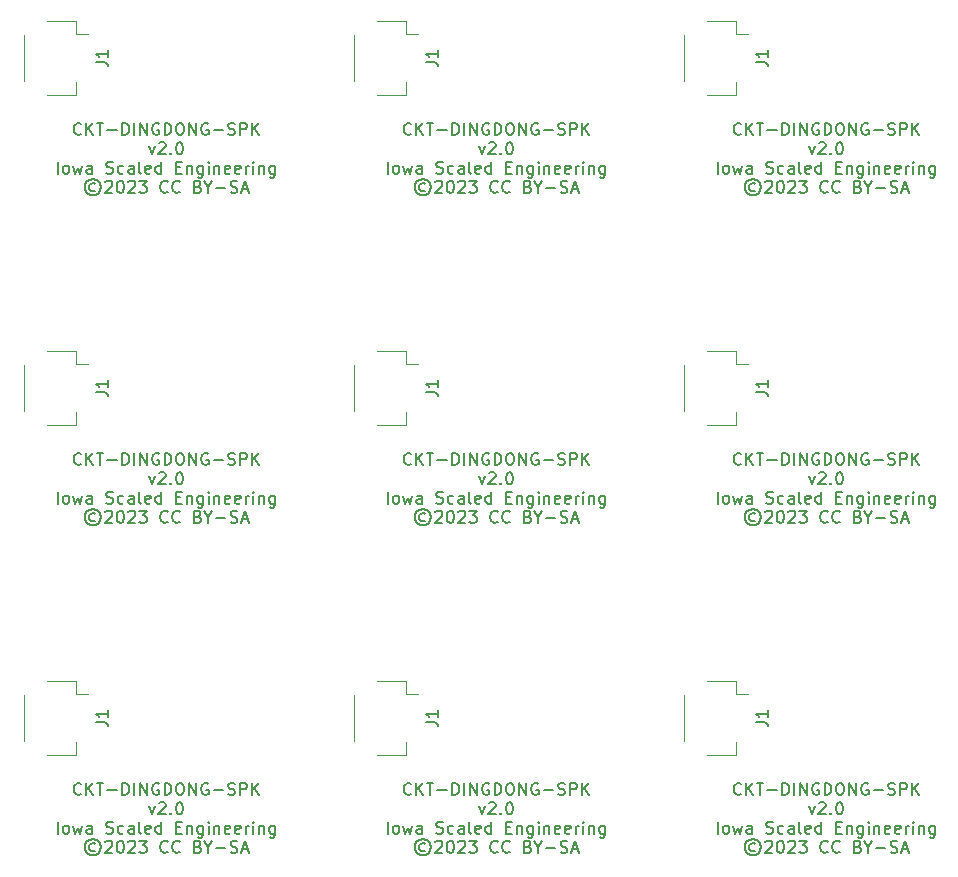
<source format=gto>
G04 #@! TF.GenerationSoftware,KiCad,Pcbnew,6.0.2+dfsg-1*
G04 #@! TF.CreationDate,2024-01-21T16:33:43-07:00*
G04 #@! TF.ProjectId,ckt-dingdong-spk-array,636b742d-6469-46e6-9764-6f6e672d7370,rev?*
G04 #@! TF.SameCoordinates,Original*
G04 #@! TF.FileFunction,Legend,Top*
G04 #@! TF.FilePolarity,Positive*
%FSLAX46Y46*%
G04 Gerber Fmt 4.6, Leading zero omitted, Abs format (unit mm)*
G04 Created by KiCad (PCBNEW 6.0.2+dfsg-1) date 2024-01-21 16:33:43*
%MOMM*%
%LPD*%
G01*
G04 APERTURE LIST*
%ADD10C,0.152400*%
%ADD11C,0.150000*%
%ADD12C,0.120000*%
G04 APERTURE END LIST*
D10*
X169231238Y-46738217D02*
X169182857Y-46786598D01*
X169037714Y-46834979D01*
X168940952Y-46834979D01*
X168795809Y-46786598D01*
X168699047Y-46689836D01*
X168650666Y-46593074D01*
X168602285Y-46399550D01*
X168602285Y-46254407D01*
X168650666Y-46060883D01*
X168699047Y-45964121D01*
X168795809Y-45867360D01*
X168940952Y-45818979D01*
X169037714Y-45818979D01*
X169182857Y-45867360D01*
X169231238Y-45915740D01*
X169666666Y-46834979D02*
X169666666Y-45818979D01*
X170247238Y-46834979D02*
X169811809Y-46254407D01*
X170247238Y-45818979D02*
X169666666Y-46399550D01*
X170537523Y-45818979D02*
X171118095Y-45818979D01*
X170827809Y-46834979D02*
X170827809Y-45818979D01*
X171456761Y-46447931D02*
X172230857Y-46447931D01*
X172714666Y-46834979D02*
X172714666Y-45818979D01*
X172956571Y-45818979D01*
X173101714Y-45867360D01*
X173198476Y-45964121D01*
X173246857Y-46060883D01*
X173295238Y-46254407D01*
X173295238Y-46399550D01*
X173246857Y-46593074D01*
X173198476Y-46689836D01*
X173101714Y-46786598D01*
X172956571Y-46834979D01*
X172714666Y-46834979D01*
X173730666Y-46834979D02*
X173730666Y-45818979D01*
X174214476Y-46834979D02*
X174214476Y-45818979D01*
X174795047Y-46834979D01*
X174795047Y-45818979D01*
X175811047Y-45867360D02*
X175714285Y-45818979D01*
X175569142Y-45818979D01*
X175424000Y-45867360D01*
X175327238Y-45964121D01*
X175278857Y-46060883D01*
X175230476Y-46254407D01*
X175230476Y-46399550D01*
X175278857Y-46593074D01*
X175327238Y-46689836D01*
X175424000Y-46786598D01*
X175569142Y-46834979D01*
X175665904Y-46834979D01*
X175811047Y-46786598D01*
X175859428Y-46738217D01*
X175859428Y-46399550D01*
X175665904Y-46399550D01*
X176294857Y-46834979D02*
X176294857Y-45818979D01*
X176536761Y-45818979D01*
X176681904Y-45867360D01*
X176778666Y-45964121D01*
X176827047Y-46060883D01*
X176875428Y-46254407D01*
X176875428Y-46399550D01*
X176827047Y-46593074D01*
X176778666Y-46689836D01*
X176681904Y-46786598D01*
X176536761Y-46834979D01*
X176294857Y-46834979D01*
X177504380Y-45818979D02*
X177697904Y-45818979D01*
X177794666Y-45867360D01*
X177891428Y-45964121D01*
X177939809Y-46157645D01*
X177939809Y-46496312D01*
X177891428Y-46689836D01*
X177794666Y-46786598D01*
X177697904Y-46834979D01*
X177504380Y-46834979D01*
X177407619Y-46786598D01*
X177310857Y-46689836D01*
X177262476Y-46496312D01*
X177262476Y-46157645D01*
X177310857Y-45964121D01*
X177407619Y-45867360D01*
X177504380Y-45818979D01*
X178375238Y-46834979D02*
X178375238Y-45818979D01*
X178955809Y-46834979D01*
X178955809Y-45818979D01*
X179971809Y-45867360D02*
X179875047Y-45818979D01*
X179729904Y-45818979D01*
X179584761Y-45867360D01*
X179488000Y-45964121D01*
X179439619Y-46060883D01*
X179391238Y-46254407D01*
X179391238Y-46399550D01*
X179439619Y-46593074D01*
X179488000Y-46689836D01*
X179584761Y-46786598D01*
X179729904Y-46834979D01*
X179826666Y-46834979D01*
X179971809Y-46786598D01*
X180020190Y-46738217D01*
X180020190Y-46399550D01*
X179826666Y-46399550D01*
X180455619Y-46447931D02*
X181229714Y-46447931D01*
X181665142Y-46786598D02*
X181810285Y-46834979D01*
X182052190Y-46834979D01*
X182148952Y-46786598D01*
X182197333Y-46738217D01*
X182245714Y-46641455D01*
X182245714Y-46544693D01*
X182197333Y-46447931D01*
X182148952Y-46399550D01*
X182052190Y-46351169D01*
X181858666Y-46302788D01*
X181761904Y-46254407D01*
X181713523Y-46206026D01*
X181665142Y-46109264D01*
X181665142Y-46012502D01*
X181713523Y-45915740D01*
X181761904Y-45867360D01*
X181858666Y-45818979D01*
X182100571Y-45818979D01*
X182245714Y-45867360D01*
X182681142Y-46834979D02*
X182681142Y-45818979D01*
X183068190Y-45818979D01*
X183164952Y-45867360D01*
X183213333Y-45915740D01*
X183261714Y-46012502D01*
X183261714Y-46157645D01*
X183213333Y-46254407D01*
X183164952Y-46302788D01*
X183068190Y-46351169D01*
X182681142Y-46351169D01*
X183697142Y-46834979D02*
X183697142Y-45818979D01*
X184277714Y-46834979D02*
X183842285Y-46254407D01*
X184277714Y-45818979D02*
X183697142Y-46399550D01*
X174988571Y-47793405D02*
X175230476Y-48470739D01*
X175472380Y-47793405D01*
X175811047Y-47551500D02*
X175859428Y-47503120D01*
X175956190Y-47454739D01*
X176198095Y-47454739D01*
X176294857Y-47503120D01*
X176343238Y-47551500D01*
X176391619Y-47648262D01*
X176391619Y-47745024D01*
X176343238Y-47890167D01*
X175762666Y-48470739D01*
X176391619Y-48470739D01*
X176827047Y-48373977D02*
X176875428Y-48422358D01*
X176827047Y-48470739D01*
X176778666Y-48422358D01*
X176827047Y-48373977D01*
X176827047Y-48470739D01*
X177504380Y-47454739D02*
X177601142Y-47454739D01*
X177697904Y-47503120D01*
X177746285Y-47551500D01*
X177794666Y-47648262D01*
X177843047Y-47841786D01*
X177843047Y-48083691D01*
X177794666Y-48277215D01*
X177746285Y-48373977D01*
X177697904Y-48422358D01*
X177601142Y-48470739D01*
X177504380Y-48470739D01*
X177407619Y-48422358D01*
X177359238Y-48373977D01*
X177310857Y-48277215D01*
X177262476Y-48083691D01*
X177262476Y-47841786D01*
X177310857Y-47648262D01*
X177359238Y-47551500D01*
X177407619Y-47503120D01*
X177504380Y-47454739D01*
X167247619Y-50106499D02*
X167247619Y-49090499D01*
X167876571Y-50106499D02*
X167779809Y-50058118D01*
X167731428Y-50009737D01*
X167683047Y-49912975D01*
X167683047Y-49622689D01*
X167731428Y-49525927D01*
X167779809Y-49477546D01*
X167876571Y-49429165D01*
X168021714Y-49429165D01*
X168118476Y-49477546D01*
X168166857Y-49525927D01*
X168215238Y-49622689D01*
X168215238Y-49912975D01*
X168166857Y-50009737D01*
X168118476Y-50058118D01*
X168021714Y-50106499D01*
X167876571Y-50106499D01*
X168553904Y-49429165D02*
X168747428Y-50106499D01*
X168940952Y-49622689D01*
X169134476Y-50106499D01*
X169328000Y-49429165D01*
X170150476Y-50106499D02*
X170150476Y-49574308D01*
X170102095Y-49477546D01*
X170005333Y-49429165D01*
X169811809Y-49429165D01*
X169715047Y-49477546D01*
X170150476Y-50058118D02*
X170053714Y-50106499D01*
X169811809Y-50106499D01*
X169715047Y-50058118D01*
X169666666Y-49961356D01*
X169666666Y-49864594D01*
X169715047Y-49767832D01*
X169811809Y-49719451D01*
X170053714Y-49719451D01*
X170150476Y-49671070D01*
X171360000Y-50058118D02*
X171505142Y-50106499D01*
X171747047Y-50106499D01*
X171843809Y-50058118D01*
X171892190Y-50009737D01*
X171940571Y-49912975D01*
X171940571Y-49816213D01*
X171892190Y-49719451D01*
X171843809Y-49671070D01*
X171747047Y-49622689D01*
X171553523Y-49574308D01*
X171456761Y-49525927D01*
X171408380Y-49477546D01*
X171360000Y-49380784D01*
X171360000Y-49284022D01*
X171408380Y-49187260D01*
X171456761Y-49138880D01*
X171553523Y-49090499D01*
X171795428Y-49090499D01*
X171940571Y-49138880D01*
X172811428Y-50058118D02*
X172714666Y-50106499D01*
X172521142Y-50106499D01*
X172424380Y-50058118D01*
X172376000Y-50009737D01*
X172327619Y-49912975D01*
X172327619Y-49622689D01*
X172376000Y-49525927D01*
X172424380Y-49477546D01*
X172521142Y-49429165D01*
X172714666Y-49429165D01*
X172811428Y-49477546D01*
X173682285Y-50106499D02*
X173682285Y-49574308D01*
X173633904Y-49477546D01*
X173537142Y-49429165D01*
X173343619Y-49429165D01*
X173246857Y-49477546D01*
X173682285Y-50058118D02*
X173585523Y-50106499D01*
X173343619Y-50106499D01*
X173246857Y-50058118D01*
X173198476Y-49961356D01*
X173198476Y-49864594D01*
X173246857Y-49767832D01*
X173343619Y-49719451D01*
X173585523Y-49719451D01*
X173682285Y-49671070D01*
X174311238Y-50106499D02*
X174214476Y-50058118D01*
X174166095Y-49961356D01*
X174166095Y-49090499D01*
X175085333Y-50058118D02*
X174988571Y-50106499D01*
X174795047Y-50106499D01*
X174698285Y-50058118D01*
X174649904Y-49961356D01*
X174649904Y-49574308D01*
X174698285Y-49477546D01*
X174795047Y-49429165D01*
X174988571Y-49429165D01*
X175085333Y-49477546D01*
X175133714Y-49574308D01*
X175133714Y-49671070D01*
X174649904Y-49767832D01*
X176004571Y-50106499D02*
X176004571Y-49090499D01*
X176004571Y-50058118D02*
X175907809Y-50106499D01*
X175714285Y-50106499D01*
X175617523Y-50058118D01*
X175569142Y-50009737D01*
X175520761Y-49912975D01*
X175520761Y-49622689D01*
X175569142Y-49525927D01*
X175617523Y-49477546D01*
X175714285Y-49429165D01*
X175907809Y-49429165D01*
X176004571Y-49477546D01*
X177262476Y-49574308D02*
X177601142Y-49574308D01*
X177746285Y-50106499D02*
X177262476Y-50106499D01*
X177262476Y-49090499D01*
X177746285Y-49090499D01*
X178181714Y-49429165D02*
X178181714Y-50106499D01*
X178181714Y-49525927D02*
X178230095Y-49477546D01*
X178326857Y-49429165D01*
X178472000Y-49429165D01*
X178568761Y-49477546D01*
X178617142Y-49574308D01*
X178617142Y-50106499D01*
X179536380Y-49429165D02*
X179536380Y-50251641D01*
X179488000Y-50348403D01*
X179439619Y-50396784D01*
X179342857Y-50445165D01*
X179197714Y-50445165D01*
X179100952Y-50396784D01*
X179536380Y-50058118D02*
X179439619Y-50106499D01*
X179246095Y-50106499D01*
X179149333Y-50058118D01*
X179100952Y-50009737D01*
X179052571Y-49912975D01*
X179052571Y-49622689D01*
X179100952Y-49525927D01*
X179149333Y-49477546D01*
X179246095Y-49429165D01*
X179439619Y-49429165D01*
X179536380Y-49477546D01*
X180020190Y-50106499D02*
X180020190Y-49429165D01*
X180020190Y-49090499D02*
X179971809Y-49138880D01*
X180020190Y-49187260D01*
X180068571Y-49138880D01*
X180020190Y-49090499D01*
X180020190Y-49187260D01*
X180504000Y-49429165D02*
X180504000Y-50106499D01*
X180504000Y-49525927D02*
X180552380Y-49477546D01*
X180649142Y-49429165D01*
X180794285Y-49429165D01*
X180891047Y-49477546D01*
X180939428Y-49574308D01*
X180939428Y-50106499D01*
X181810285Y-50058118D02*
X181713523Y-50106499D01*
X181520000Y-50106499D01*
X181423238Y-50058118D01*
X181374857Y-49961356D01*
X181374857Y-49574308D01*
X181423238Y-49477546D01*
X181520000Y-49429165D01*
X181713523Y-49429165D01*
X181810285Y-49477546D01*
X181858666Y-49574308D01*
X181858666Y-49671070D01*
X181374857Y-49767832D01*
X182681142Y-50058118D02*
X182584380Y-50106499D01*
X182390857Y-50106499D01*
X182294095Y-50058118D01*
X182245714Y-49961356D01*
X182245714Y-49574308D01*
X182294095Y-49477546D01*
X182390857Y-49429165D01*
X182584380Y-49429165D01*
X182681142Y-49477546D01*
X182729523Y-49574308D01*
X182729523Y-49671070D01*
X182245714Y-49767832D01*
X183164952Y-50106499D02*
X183164952Y-49429165D01*
X183164952Y-49622689D02*
X183213333Y-49525927D01*
X183261714Y-49477546D01*
X183358476Y-49429165D01*
X183455238Y-49429165D01*
X183793904Y-50106499D02*
X183793904Y-49429165D01*
X183793904Y-49090499D02*
X183745523Y-49138880D01*
X183793904Y-49187260D01*
X183842285Y-49138880D01*
X183793904Y-49090499D01*
X183793904Y-49187260D01*
X184277714Y-49429165D02*
X184277714Y-50106499D01*
X184277714Y-49525927D02*
X184326095Y-49477546D01*
X184422857Y-49429165D01*
X184568000Y-49429165D01*
X184664761Y-49477546D01*
X184713142Y-49574308D01*
X184713142Y-50106499D01*
X185632380Y-49429165D02*
X185632380Y-50251641D01*
X185584000Y-50348403D01*
X185535619Y-50396784D01*
X185438857Y-50445165D01*
X185293714Y-50445165D01*
X185196952Y-50396784D01*
X185632380Y-50058118D02*
X185535619Y-50106499D01*
X185342095Y-50106499D01*
X185245333Y-50058118D01*
X185196952Y-50009737D01*
X185148571Y-49912975D01*
X185148571Y-49622689D01*
X185196952Y-49525927D01*
X185245333Y-49477546D01*
X185342095Y-49429165D01*
X185535619Y-49429165D01*
X185632380Y-49477546D01*
X170416571Y-50968163D02*
X170319809Y-50919782D01*
X170126285Y-50919782D01*
X170029523Y-50968163D01*
X169932761Y-51064925D01*
X169884380Y-51161687D01*
X169884380Y-51355211D01*
X169932761Y-51451973D01*
X170029523Y-51548735D01*
X170126285Y-51597116D01*
X170319809Y-51597116D01*
X170416571Y-51548735D01*
X170223047Y-50581116D02*
X169981142Y-50629497D01*
X169739238Y-50774640D01*
X169594095Y-51016544D01*
X169545714Y-51258449D01*
X169594095Y-51500354D01*
X169739238Y-51742259D01*
X169981142Y-51887401D01*
X170223047Y-51935782D01*
X170464952Y-51887401D01*
X170706857Y-51742259D01*
X170852000Y-51500354D01*
X170900380Y-51258449D01*
X170852000Y-51016544D01*
X170706857Y-50774640D01*
X170464952Y-50629497D01*
X170223047Y-50581116D01*
X171287428Y-50823020D02*
X171335809Y-50774640D01*
X171432571Y-50726259D01*
X171674476Y-50726259D01*
X171771238Y-50774640D01*
X171819619Y-50823020D01*
X171868000Y-50919782D01*
X171868000Y-51016544D01*
X171819619Y-51161687D01*
X171239047Y-51742259D01*
X171868000Y-51742259D01*
X172496952Y-50726259D02*
X172593714Y-50726259D01*
X172690476Y-50774640D01*
X172738857Y-50823020D01*
X172787238Y-50919782D01*
X172835619Y-51113306D01*
X172835619Y-51355211D01*
X172787238Y-51548735D01*
X172738857Y-51645497D01*
X172690476Y-51693878D01*
X172593714Y-51742259D01*
X172496952Y-51742259D01*
X172400190Y-51693878D01*
X172351809Y-51645497D01*
X172303428Y-51548735D01*
X172255047Y-51355211D01*
X172255047Y-51113306D01*
X172303428Y-50919782D01*
X172351809Y-50823020D01*
X172400190Y-50774640D01*
X172496952Y-50726259D01*
X173222666Y-50823020D02*
X173271047Y-50774640D01*
X173367809Y-50726259D01*
X173609714Y-50726259D01*
X173706476Y-50774640D01*
X173754857Y-50823020D01*
X173803238Y-50919782D01*
X173803238Y-51016544D01*
X173754857Y-51161687D01*
X173174285Y-51742259D01*
X173803238Y-51742259D01*
X174141904Y-50726259D02*
X174770857Y-50726259D01*
X174432190Y-51113306D01*
X174577333Y-51113306D01*
X174674095Y-51161687D01*
X174722476Y-51210068D01*
X174770857Y-51306830D01*
X174770857Y-51548735D01*
X174722476Y-51645497D01*
X174674095Y-51693878D01*
X174577333Y-51742259D01*
X174287047Y-51742259D01*
X174190285Y-51693878D01*
X174141904Y-51645497D01*
X176560952Y-51645497D02*
X176512571Y-51693878D01*
X176367428Y-51742259D01*
X176270666Y-51742259D01*
X176125523Y-51693878D01*
X176028761Y-51597116D01*
X175980380Y-51500354D01*
X175932000Y-51306830D01*
X175932000Y-51161687D01*
X175980380Y-50968163D01*
X176028761Y-50871401D01*
X176125523Y-50774640D01*
X176270666Y-50726259D01*
X176367428Y-50726259D01*
X176512571Y-50774640D01*
X176560952Y-50823020D01*
X177576952Y-51645497D02*
X177528571Y-51693878D01*
X177383428Y-51742259D01*
X177286666Y-51742259D01*
X177141523Y-51693878D01*
X177044761Y-51597116D01*
X176996380Y-51500354D01*
X176948000Y-51306830D01*
X176948000Y-51161687D01*
X176996380Y-50968163D01*
X177044761Y-50871401D01*
X177141523Y-50774640D01*
X177286666Y-50726259D01*
X177383428Y-50726259D01*
X177528571Y-50774640D01*
X177576952Y-50823020D01*
X179125142Y-51210068D02*
X179270285Y-51258449D01*
X179318666Y-51306830D01*
X179367047Y-51403592D01*
X179367047Y-51548735D01*
X179318666Y-51645497D01*
X179270285Y-51693878D01*
X179173523Y-51742259D01*
X178786476Y-51742259D01*
X178786476Y-50726259D01*
X179125142Y-50726259D01*
X179221904Y-50774640D01*
X179270285Y-50823020D01*
X179318666Y-50919782D01*
X179318666Y-51016544D01*
X179270285Y-51113306D01*
X179221904Y-51161687D01*
X179125142Y-51210068D01*
X178786476Y-51210068D01*
X179996000Y-51258449D02*
X179996000Y-51742259D01*
X179657333Y-50726259D02*
X179996000Y-51258449D01*
X180334666Y-50726259D01*
X180673333Y-51355211D02*
X181447428Y-51355211D01*
X181882857Y-51693878D02*
X182028000Y-51742259D01*
X182269904Y-51742259D01*
X182366666Y-51693878D01*
X182415047Y-51645497D01*
X182463428Y-51548735D01*
X182463428Y-51451973D01*
X182415047Y-51355211D01*
X182366666Y-51306830D01*
X182269904Y-51258449D01*
X182076380Y-51210068D01*
X181979619Y-51161687D01*
X181931238Y-51113306D01*
X181882857Y-51016544D01*
X181882857Y-50919782D01*
X181931238Y-50823020D01*
X181979619Y-50774640D01*
X182076380Y-50726259D01*
X182318285Y-50726259D01*
X182463428Y-50774640D01*
X182850476Y-51451973D02*
X183334285Y-51451973D01*
X182753714Y-51742259D02*
X183092380Y-50726259D01*
X183431047Y-51742259D01*
X141291238Y-74678217D02*
X141242857Y-74726598D01*
X141097714Y-74774979D01*
X141000952Y-74774979D01*
X140855809Y-74726598D01*
X140759047Y-74629836D01*
X140710666Y-74533074D01*
X140662285Y-74339550D01*
X140662285Y-74194407D01*
X140710666Y-74000883D01*
X140759047Y-73904121D01*
X140855809Y-73807360D01*
X141000952Y-73758979D01*
X141097714Y-73758979D01*
X141242857Y-73807360D01*
X141291238Y-73855740D01*
X141726666Y-74774979D02*
X141726666Y-73758979D01*
X142307238Y-74774979D02*
X141871809Y-74194407D01*
X142307238Y-73758979D02*
X141726666Y-74339550D01*
X142597523Y-73758979D02*
X143178095Y-73758979D01*
X142887809Y-74774979D02*
X142887809Y-73758979D01*
X143516761Y-74387931D02*
X144290857Y-74387931D01*
X144774666Y-74774979D02*
X144774666Y-73758979D01*
X145016571Y-73758979D01*
X145161714Y-73807360D01*
X145258476Y-73904121D01*
X145306857Y-74000883D01*
X145355238Y-74194407D01*
X145355238Y-74339550D01*
X145306857Y-74533074D01*
X145258476Y-74629836D01*
X145161714Y-74726598D01*
X145016571Y-74774979D01*
X144774666Y-74774979D01*
X145790666Y-74774979D02*
X145790666Y-73758979D01*
X146274476Y-74774979D02*
X146274476Y-73758979D01*
X146855047Y-74774979D01*
X146855047Y-73758979D01*
X147871047Y-73807360D02*
X147774285Y-73758979D01*
X147629142Y-73758979D01*
X147484000Y-73807360D01*
X147387238Y-73904121D01*
X147338857Y-74000883D01*
X147290476Y-74194407D01*
X147290476Y-74339550D01*
X147338857Y-74533074D01*
X147387238Y-74629836D01*
X147484000Y-74726598D01*
X147629142Y-74774979D01*
X147725904Y-74774979D01*
X147871047Y-74726598D01*
X147919428Y-74678217D01*
X147919428Y-74339550D01*
X147725904Y-74339550D01*
X148354857Y-74774979D02*
X148354857Y-73758979D01*
X148596761Y-73758979D01*
X148741904Y-73807360D01*
X148838666Y-73904121D01*
X148887047Y-74000883D01*
X148935428Y-74194407D01*
X148935428Y-74339550D01*
X148887047Y-74533074D01*
X148838666Y-74629836D01*
X148741904Y-74726598D01*
X148596761Y-74774979D01*
X148354857Y-74774979D01*
X149564380Y-73758979D02*
X149757904Y-73758979D01*
X149854666Y-73807360D01*
X149951428Y-73904121D01*
X149999809Y-74097645D01*
X149999809Y-74436312D01*
X149951428Y-74629836D01*
X149854666Y-74726598D01*
X149757904Y-74774979D01*
X149564380Y-74774979D01*
X149467619Y-74726598D01*
X149370857Y-74629836D01*
X149322476Y-74436312D01*
X149322476Y-74097645D01*
X149370857Y-73904121D01*
X149467619Y-73807360D01*
X149564380Y-73758979D01*
X150435238Y-74774979D02*
X150435238Y-73758979D01*
X151015809Y-74774979D01*
X151015809Y-73758979D01*
X152031809Y-73807360D02*
X151935047Y-73758979D01*
X151789904Y-73758979D01*
X151644761Y-73807360D01*
X151548000Y-73904121D01*
X151499619Y-74000883D01*
X151451238Y-74194407D01*
X151451238Y-74339550D01*
X151499619Y-74533074D01*
X151548000Y-74629836D01*
X151644761Y-74726598D01*
X151789904Y-74774979D01*
X151886666Y-74774979D01*
X152031809Y-74726598D01*
X152080190Y-74678217D01*
X152080190Y-74339550D01*
X151886666Y-74339550D01*
X152515619Y-74387931D02*
X153289714Y-74387931D01*
X153725142Y-74726598D02*
X153870285Y-74774979D01*
X154112190Y-74774979D01*
X154208952Y-74726598D01*
X154257333Y-74678217D01*
X154305714Y-74581455D01*
X154305714Y-74484693D01*
X154257333Y-74387931D01*
X154208952Y-74339550D01*
X154112190Y-74291169D01*
X153918666Y-74242788D01*
X153821904Y-74194407D01*
X153773523Y-74146026D01*
X153725142Y-74049264D01*
X153725142Y-73952502D01*
X153773523Y-73855740D01*
X153821904Y-73807360D01*
X153918666Y-73758979D01*
X154160571Y-73758979D01*
X154305714Y-73807360D01*
X154741142Y-74774979D02*
X154741142Y-73758979D01*
X155128190Y-73758979D01*
X155224952Y-73807360D01*
X155273333Y-73855740D01*
X155321714Y-73952502D01*
X155321714Y-74097645D01*
X155273333Y-74194407D01*
X155224952Y-74242788D01*
X155128190Y-74291169D01*
X154741142Y-74291169D01*
X155757142Y-74774979D02*
X155757142Y-73758979D01*
X156337714Y-74774979D02*
X155902285Y-74194407D01*
X156337714Y-73758979D02*
X155757142Y-74339550D01*
X147048571Y-75733405D02*
X147290476Y-76410739D01*
X147532380Y-75733405D01*
X147871047Y-75491500D02*
X147919428Y-75443120D01*
X148016190Y-75394739D01*
X148258095Y-75394739D01*
X148354857Y-75443120D01*
X148403238Y-75491500D01*
X148451619Y-75588262D01*
X148451619Y-75685024D01*
X148403238Y-75830167D01*
X147822666Y-76410739D01*
X148451619Y-76410739D01*
X148887047Y-76313977D02*
X148935428Y-76362358D01*
X148887047Y-76410739D01*
X148838666Y-76362358D01*
X148887047Y-76313977D01*
X148887047Y-76410739D01*
X149564380Y-75394739D02*
X149661142Y-75394739D01*
X149757904Y-75443120D01*
X149806285Y-75491500D01*
X149854666Y-75588262D01*
X149903047Y-75781786D01*
X149903047Y-76023691D01*
X149854666Y-76217215D01*
X149806285Y-76313977D01*
X149757904Y-76362358D01*
X149661142Y-76410739D01*
X149564380Y-76410739D01*
X149467619Y-76362358D01*
X149419238Y-76313977D01*
X149370857Y-76217215D01*
X149322476Y-76023691D01*
X149322476Y-75781786D01*
X149370857Y-75588262D01*
X149419238Y-75491500D01*
X149467619Y-75443120D01*
X149564380Y-75394739D01*
X139307619Y-78046499D02*
X139307619Y-77030499D01*
X139936571Y-78046499D02*
X139839809Y-77998118D01*
X139791428Y-77949737D01*
X139743047Y-77852975D01*
X139743047Y-77562689D01*
X139791428Y-77465927D01*
X139839809Y-77417546D01*
X139936571Y-77369165D01*
X140081714Y-77369165D01*
X140178476Y-77417546D01*
X140226857Y-77465927D01*
X140275238Y-77562689D01*
X140275238Y-77852975D01*
X140226857Y-77949737D01*
X140178476Y-77998118D01*
X140081714Y-78046499D01*
X139936571Y-78046499D01*
X140613904Y-77369165D02*
X140807428Y-78046499D01*
X141000952Y-77562689D01*
X141194476Y-78046499D01*
X141388000Y-77369165D01*
X142210476Y-78046499D02*
X142210476Y-77514308D01*
X142162095Y-77417546D01*
X142065333Y-77369165D01*
X141871809Y-77369165D01*
X141775047Y-77417546D01*
X142210476Y-77998118D02*
X142113714Y-78046499D01*
X141871809Y-78046499D01*
X141775047Y-77998118D01*
X141726666Y-77901356D01*
X141726666Y-77804594D01*
X141775047Y-77707832D01*
X141871809Y-77659451D01*
X142113714Y-77659451D01*
X142210476Y-77611070D01*
X143420000Y-77998118D02*
X143565142Y-78046499D01*
X143807047Y-78046499D01*
X143903809Y-77998118D01*
X143952190Y-77949737D01*
X144000571Y-77852975D01*
X144000571Y-77756213D01*
X143952190Y-77659451D01*
X143903809Y-77611070D01*
X143807047Y-77562689D01*
X143613523Y-77514308D01*
X143516761Y-77465927D01*
X143468380Y-77417546D01*
X143420000Y-77320784D01*
X143420000Y-77224022D01*
X143468380Y-77127260D01*
X143516761Y-77078880D01*
X143613523Y-77030499D01*
X143855428Y-77030499D01*
X144000571Y-77078880D01*
X144871428Y-77998118D02*
X144774666Y-78046499D01*
X144581142Y-78046499D01*
X144484380Y-77998118D01*
X144436000Y-77949737D01*
X144387619Y-77852975D01*
X144387619Y-77562689D01*
X144436000Y-77465927D01*
X144484380Y-77417546D01*
X144581142Y-77369165D01*
X144774666Y-77369165D01*
X144871428Y-77417546D01*
X145742285Y-78046499D02*
X145742285Y-77514308D01*
X145693904Y-77417546D01*
X145597142Y-77369165D01*
X145403619Y-77369165D01*
X145306857Y-77417546D01*
X145742285Y-77998118D02*
X145645523Y-78046499D01*
X145403619Y-78046499D01*
X145306857Y-77998118D01*
X145258476Y-77901356D01*
X145258476Y-77804594D01*
X145306857Y-77707832D01*
X145403619Y-77659451D01*
X145645523Y-77659451D01*
X145742285Y-77611070D01*
X146371238Y-78046499D02*
X146274476Y-77998118D01*
X146226095Y-77901356D01*
X146226095Y-77030499D01*
X147145333Y-77998118D02*
X147048571Y-78046499D01*
X146855047Y-78046499D01*
X146758285Y-77998118D01*
X146709904Y-77901356D01*
X146709904Y-77514308D01*
X146758285Y-77417546D01*
X146855047Y-77369165D01*
X147048571Y-77369165D01*
X147145333Y-77417546D01*
X147193714Y-77514308D01*
X147193714Y-77611070D01*
X146709904Y-77707832D01*
X148064571Y-78046499D02*
X148064571Y-77030499D01*
X148064571Y-77998118D02*
X147967809Y-78046499D01*
X147774285Y-78046499D01*
X147677523Y-77998118D01*
X147629142Y-77949737D01*
X147580761Y-77852975D01*
X147580761Y-77562689D01*
X147629142Y-77465927D01*
X147677523Y-77417546D01*
X147774285Y-77369165D01*
X147967809Y-77369165D01*
X148064571Y-77417546D01*
X149322476Y-77514308D02*
X149661142Y-77514308D01*
X149806285Y-78046499D02*
X149322476Y-78046499D01*
X149322476Y-77030499D01*
X149806285Y-77030499D01*
X150241714Y-77369165D02*
X150241714Y-78046499D01*
X150241714Y-77465927D02*
X150290095Y-77417546D01*
X150386857Y-77369165D01*
X150532000Y-77369165D01*
X150628761Y-77417546D01*
X150677142Y-77514308D01*
X150677142Y-78046499D01*
X151596380Y-77369165D02*
X151596380Y-78191641D01*
X151548000Y-78288403D01*
X151499619Y-78336784D01*
X151402857Y-78385165D01*
X151257714Y-78385165D01*
X151160952Y-78336784D01*
X151596380Y-77998118D02*
X151499619Y-78046499D01*
X151306095Y-78046499D01*
X151209333Y-77998118D01*
X151160952Y-77949737D01*
X151112571Y-77852975D01*
X151112571Y-77562689D01*
X151160952Y-77465927D01*
X151209333Y-77417546D01*
X151306095Y-77369165D01*
X151499619Y-77369165D01*
X151596380Y-77417546D01*
X152080190Y-78046499D02*
X152080190Y-77369165D01*
X152080190Y-77030499D02*
X152031809Y-77078880D01*
X152080190Y-77127260D01*
X152128571Y-77078880D01*
X152080190Y-77030499D01*
X152080190Y-77127260D01*
X152564000Y-77369165D02*
X152564000Y-78046499D01*
X152564000Y-77465927D02*
X152612380Y-77417546D01*
X152709142Y-77369165D01*
X152854285Y-77369165D01*
X152951047Y-77417546D01*
X152999428Y-77514308D01*
X152999428Y-78046499D01*
X153870285Y-77998118D02*
X153773523Y-78046499D01*
X153580000Y-78046499D01*
X153483238Y-77998118D01*
X153434857Y-77901356D01*
X153434857Y-77514308D01*
X153483238Y-77417546D01*
X153580000Y-77369165D01*
X153773523Y-77369165D01*
X153870285Y-77417546D01*
X153918666Y-77514308D01*
X153918666Y-77611070D01*
X153434857Y-77707832D01*
X154741142Y-77998118D02*
X154644380Y-78046499D01*
X154450857Y-78046499D01*
X154354095Y-77998118D01*
X154305714Y-77901356D01*
X154305714Y-77514308D01*
X154354095Y-77417546D01*
X154450857Y-77369165D01*
X154644380Y-77369165D01*
X154741142Y-77417546D01*
X154789523Y-77514308D01*
X154789523Y-77611070D01*
X154305714Y-77707832D01*
X155224952Y-78046499D02*
X155224952Y-77369165D01*
X155224952Y-77562689D02*
X155273333Y-77465927D01*
X155321714Y-77417546D01*
X155418476Y-77369165D01*
X155515238Y-77369165D01*
X155853904Y-78046499D02*
X155853904Y-77369165D01*
X155853904Y-77030499D02*
X155805523Y-77078880D01*
X155853904Y-77127260D01*
X155902285Y-77078880D01*
X155853904Y-77030499D01*
X155853904Y-77127260D01*
X156337714Y-77369165D02*
X156337714Y-78046499D01*
X156337714Y-77465927D02*
X156386095Y-77417546D01*
X156482857Y-77369165D01*
X156628000Y-77369165D01*
X156724761Y-77417546D01*
X156773142Y-77514308D01*
X156773142Y-78046499D01*
X157692380Y-77369165D02*
X157692380Y-78191641D01*
X157644000Y-78288403D01*
X157595619Y-78336784D01*
X157498857Y-78385165D01*
X157353714Y-78385165D01*
X157256952Y-78336784D01*
X157692380Y-77998118D02*
X157595619Y-78046499D01*
X157402095Y-78046499D01*
X157305333Y-77998118D01*
X157256952Y-77949737D01*
X157208571Y-77852975D01*
X157208571Y-77562689D01*
X157256952Y-77465927D01*
X157305333Y-77417546D01*
X157402095Y-77369165D01*
X157595619Y-77369165D01*
X157692380Y-77417546D01*
X142476571Y-78908163D02*
X142379809Y-78859782D01*
X142186285Y-78859782D01*
X142089523Y-78908163D01*
X141992761Y-79004925D01*
X141944380Y-79101687D01*
X141944380Y-79295211D01*
X141992761Y-79391973D01*
X142089523Y-79488735D01*
X142186285Y-79537116D01*
X142379809Y-79537116D01*
X142476571Y-79488735D01*
X142283047Y-78521116D02*
X142041142Y-78569497D01*
X141799238Y-78714640D01*
X141654095Y-78956544D01*
X141605714Y-79198449D01*
X141654095Y-79440354D01*
X141799238Y-79682259D01*
X142041142Y-79827401D01*
X142283047Y-79875782D01*
X142524952Y-79827401D01*
X142766857Y-79682259D01*
X142912000Y-79440354D01*
X142960380Y-79198449D01*
X142912000Y-78956544D01*
X142766857Y-78714640D01*
X142524952Y-78569497D01*
X142283047Y-78521116D01*
X143347428Y-78763020D02*
X143395809Y-78714640D01*
X143492571Y-78666259D01*
X143734476Y-78666259D01*
X143831238Y-78714640D01*
X143879619Y-78763020D01*
X143928000Y-78859782D01*
X143928000Y-78956544D01*
X143879619Y-79101687D01*
X143299047Y-79682259D01*
X143928000Y-79682259D01*
X144556952Y-78666259D02*
X144653714Y-78666259D01*
X144750476Y-78714640D01*
X144798857Y-78763020D01*
X144847238Y-78859782D01*
X144895619Y-79053306D01*
X144895619Y-79295211D01*
X144847238Y-79488735D01*
X144798857Y-79585497D01*
X144750476Y-79633878D01*
X144653714Y-79682259D01*
X144556952Y-79682259D01*
X144460190Y-79633878D01*
X144411809Y-79585497D01*
X144363428Y-79488735D01*
X144315047Y-79295211D01*
X144315047Y-79053306D01*
X144363428Y-78859782D01*
X144411809Y-78763020D01*
X144460190Y-78714640D01*
X144556952Y-78666259D01*
X145282666Y-78763020D02*
X145331047Y-78714640D01*
X145427809Y-78666259D01*
X145669714Y-78666259D01*
X145766476Y-78714640D01*
X145814857Y-78763020D01*
X145863238Y-78859782D01*
X145863238Y-78956544D01*
X145814857Y-79101687D01*
X145234285Y-79682259D01*
X145863238Y-79682259D01*
X146201904Y-78666259D02*
X146830857Y-78666259D01*
X146492190Y-79053306D01*
X146637333Y-79053306D01*
X146734095Y-79101687D01*
X146782476Y-79150068D01*
X146830857Y-79246830D01*
X146830857Y-79488735D01*
X146782476Y-79585497D01*
X146734095Y-79633878D01*
X146637333Y-79682259D01*
X146347047Y-79682259D01*
X146250285Y-79633878D01*
X146201904Y-79585497D01*
X148620952Y-79585497D02*
X148572571Y-79633878D01*
X148427428Y-79682259D01*
X148330666Y-79682259D01*
X148185523Y-79633878D01*
X148088761Y-79537116D01*
X148040380Y-79440354D01*
X147992000Y-79246830D01*
X147992000Y-79101687D01*
X148040380Y-78908163D01*
X148088761Y-78811401D01*
X148185523Y-78714640D01*
X148330666Y-78666259D01*
X148427428Y-78666259D01*
X148572571Y-78714640D01*
X148620952Y-78763020D01*
X149636952Y-79585497D02*
X149588571Y-79633878D01*
X149443428Y-79682259D01*
X149346666Y-79682259D01*
X149201523Y-79633878D01*
X149104761Y-79537116D01*
X149056380Y-79440354D01*
X149008000Y-79246830D01*
X149008000Y-79101687D01*
X149056380Y-78908163D01*
X149104761Y-78811401D01*
X149201523Y-78714640D01*
X149346666Y-78666259D01*
X149443428Y-78666259D01*
X149588571Y-78714640D01*
X149636952Y-78763020D01*
X151185142Y-79150068D02*
X151330285Y-79198449D01*
X151378666Y-79246830D01*
X151427047Y-79343592D01*
X151427047Y-79488735D01*
X151378666Y-79585497D01*
X151330285Y-79633878D01*
X151233523Y-79682259D01*
X150846476Y-79682259D01*
X150846476Y-78666259D01*
X151185142Y-78666259D01*
X151281904Y-78714640D01*
X151330285Y-78763020D01*
X151378666Y-78859782D01*
X151378666Y-78956544D01*
X151330285Y-79053306D01*
X151281904Y-79101687D01*
X151185142Y-79150068D01*
X150846476Y-79150068D01*
X152056000Y-79198449D02*
X152056000Y-79682259D01*
X151717333Y-78666259D02*
X152056000Y-79198449D01*
X152394666Y-78666259D01*
X152733333Y-79295211D02*
X153507428Y-79295211D01*
X153942857Y-79633878D02*
X154088000Y-79682259D01*
X154329904Y-79682259D01*
X154426666Y-79633878D01*
X154475047Y-79585497D01*
X154523428Y-79488735D01*
X154523428Y-79391973D01*
X154475047Y-79295211D01*
X154426666Y-79246830D01*
X154329904Y-79198449D01*
X154136380Y-79150068D01*
X154039619Y-79101687D01*
X153991238Y-79053306D01*
X153942857Y-78956544D01*
X153942857Y-78859782D01*
X153991238Y-78763020D01*
X154039619Y-78714640D01*
X154136380Y-78666259D01*
X154378285Y-78666259D01*
X154523428Y-78714640D01*
X154910476Y-79391973D02*
X155394285Y-79391973D01*
X154813714Y-79682259D02*
X155152380Y-78666259D01*
X155491047Y-79682259D01*
X113351238Y-46738217D02*
X113302857Y-46786598D01*
X113157714Y-46834979D01*
X113060952Y-46834979D01*
X112915809Y-46786598D01*
X112819047Y-46689836D01*
X112770666Y-46593074D01*
X112722285Y-46399550D01*
X112722285Y-46254407D01*
X112770666Y-46060883D01*
X112819047Y-45964121D01*
X112915809Y-45867360D01*
X113060952Y-45818979D01*
X113157714Y-45818979D01*
X113302857Y-45867360D01*
X113351238Y-45915740D01*
X113786666Y-46834979D02*
X113786666Y-45818979D01*
X114367238Y-46834979D02*
X113931809Y-46254407D01*
X114367238Y-45818979D02*
X113786666Y-46399550D01*
X114657523Y-45818979D02*
X115238095Y-45818979D01*
X114947809Y-46834979D02*
X114947809Y-45818979D01*
X115576761Y-46447931D02*
X116350857Y-46447931D01*
X116834666Y-46834979D02*
X116834666Y-45818979D01*
X117076571Y-45818979D01*
X117221714Y-45867360D01*
X117318476Y-45964121D01*
X117366857Y-46060883D01*
X117415238Y-46254407D01*
X117415238Y-46399550D01*
X117366857Y-46593074D01*
X117318476Y-46689836D01*
X117221714Y-46786598D01*
X117076571Y-46834979D01*
X116834666Y-46834979D01*
X117850666Y-46834979D02*
X117850666Y-45818979D01*
X118334476Y-46834979D02*
X118334476Y-45818979D01*
X118915047Y-46834979D01*
X118915047Y-45818979D01*
X119931047Y-45867360D02*
X119834285Y-45818979D01*
X119689142Y-45818979D01*
X119544000Y-45867360D01*
X119447238Y-45964121D01*
X119398857Y-46060883D01*
X119350476Y-46254407D01*
X119350476Y-46399550D01*
X119398857Y-46593074D01*
X119447238Y-46689836D01*
X119544000Y-46786598D01*
X119689142Y-46834979D01*
X119785904Y-46834979D01*
X119931047Y-46786598D01*
X119979428Y-46738217D01*
X119979428Y-46399550D01*
X119785904Y-46399550D01*
X120414857Y-46834979D02*
X120414857Y-45818979D01*
X120656761Y-45818979D01*
X120801904Y-45867360D01*
X120898666Y-45964121D01*
X120947047Y-46060883D01*
X120995428Y-46254407D01*
X120995428Y-46399550D01*
X120947047Y-46593074D01*
X120898666Y-46689836D01*
X120801904Y-46786598D01*
X120656761Y-46834979D01*
X120414857Y-46834979D01*
X121624380Y-45818979D02*
X121817904Y-45818979D01*
X121914666Y-45867360D01*
X122011428Y-45964121D01*
X122059809Y-46157645D01*
X122059809Y-46496312D01*
X122011428Y-46689836D01*
X121914666Y-46786598D01*
X121817904Y-46834979D01*
X121624380Y-46834979D01*
X121527619Y-46786598D01*
X121430857Y-46689836D01*
X121382476Y-46496312D01*
X121382476Y-46157645D01*
X121430857Y-45964121D01*
X121527619Y-45867360D01*
X121624380Y-45818979D01*
X122495238Y-46834979D02*
X122495238Y-45818979D01*
X123075809Y-46834979D01*
X123075809Y-45818979D01*
X124091809Y-45867360D02*
X123995047Y-45818979D01*
X123849904Y-45818979D01*
X123704761Y-45867360D01*
X123608000Y-45964121D01*
X123559619Y-46060883D01*
X123511238Y-46254407D01*
X123511238Y-46399550D01*
X123559619Y-46593074D01*
X123608000Y-46689836D01*
X123704761Y-46786598D01*
X123849904Y-46834979D01*
X123946666Y-46834979D01*
X124091809Y-46786598D01*
X124140190Y-46738217D01*
X124140190Y-46399550D01*
X123946666Y-46399550D01*
X124575619Y-46447931D02*
X125349714Y-46447931D01*
X125785142Y-46786598D02*
X125930285Y-46834979D01*
X126172190Y-46834979D01*
X126268952Y-46786598D01*
X126317333Y-46738217D01*
X126365714Y-46641455D01*
X126365714Y-46544693D01*
X126317333Y-46447931D01*
X126268952Y-46399550D01*
X126172190Y-46351169D01*
X125978666Y-46302788D01*
X125881904Y-46254407D01*
X125833523Y-46206026D01*
X125785142Y-46109264D01*
X125785142Y-46012502D01*
X125833523Y-45915740D01*
X125881904Y-45867360D01*
X125978666Y-45818979D01*
X126220571Y-45818979D01*
X126365714Y-45867360D01*
X126801142Y-46834979D02*
X126801142Y-45818979D01*
X127188190Y-45818979D01*
X127284952Y-45867360D01*
X127333333Y-45915740D01*
X127381714Y-46012502D01*
X127381714Y-46157645D01*
X127333333Y-46254407D01*
X127284952Y-46302788D01*
X127188190Y-46351169D01*
X126801142Y-46351169D01*
X127817142Y-46834979D02*
X127817142Y-45818979D01*
X128397714Y-46834979D02*
X127962285Y-46254407D01*
X128397714Y-45818979D02*
X127817142Y-46399550D01*
X119108571Y-47793405D02*
X119350476Y-48470739D01*
X119592380Y-47793405D01*
X119931047Y-47551500D02*
X119979428Y-47503120D01*
X120076190Y-47454739D01*
X120318095Y-47454739D01*
X120414857Y-47503120D01*
X120463238Y-47551500D01*
X120511619Y-47648262D01*
X120511619Y-47745024D01*
X120463238Y-47890167D01*
X119882666Y-48470739D01*
X120511619Y-48470739D01*
X120947047Y-48373977D02*
X120995428Y-48422358D01*
X120947047Y-48470739D01*
X120898666Y-48422358D01*
X120947047Y-48373977D01*
X120947047Y-48470739D01*
X121624380Y-47454739D02*
X121721142Y-47454739D01*
X121817904Y-47503120D01*
X121866285Y-47551500D01*
X121914666Y-47648262D01*
X121963047Y-47841786D01*
X121963047Y-48083691D01*
X121914666Y-48277215D01*
X121866285Y-48373977D01*
X121817904Y-48422358D01*
X121721142Y-48470739D01*
X121624380Y-48470739D01*
X121527619Y-48422358D01*
X121479238Y-48373977D01*
X121430857Y-48277215D01*
X121382476Y-48083691D01*
X121382476Y-47841786D01*
X121430857Y-47648262D01*
X121479238Y-47551500D01*
X121527619Y-47503120D01*
X121624380Y-47454739D01*
X111367619Y-50106499D02*
X111367619Y-49090499D01*
X111996571Y-50106499D02*
X111899809Y-50058118D01*
X111851428Y-50009737D01*
X111803047Y-49912975D01*
X111803047Y-49622689D01*
X111851428Y-49525927D01*
X111899809Y-49477546D01*
X111996571Y-49429165D01*
X112141714Y-49429165D01*
X112238476Y-49477546D01*
X112286857Y-49525927D01*
X112335238Y-49622689D01*
X112335238Y-49912975D01*
X112286857Y-50009737D01*
X112238476Y-50058118D01*
X112141714Y-50106499D01*
X111996571Y-50106499D01*
X112673904Y-49429165D02*
X112867428Y-50106499D01*
X113060952Y-49622689D01*
X113254476Y-50106499D01*
X113448000Y-49429165D01*
X114270476Y-50106499D02*
X114270476Y-49574308D01*
X114222095Y-49477546D01*
X114125333Y-49429165D01*
X113931809Y-49429165D01*
X113835047Y-49477546D01*
X114270476Y-50058118D02*
X114173714Y-50106499D01*
X113931809Y-50106499D01*
X113835047Y-50058118D01*
X113786666Y-49961356D01*
X113786666Y-49864594D01*
X113835047Y-49767832D01*
X113931809Y-49719451D01*
X114173714Y-49719451D01*
X114270476Y-49671070D01*
X115480000Y-50058118D02*
X115625142Y-50106499D01*
X115867047Y-50106499D01*
X115963809Y-50058118D01*
X116012190Y-50009737D01*
X116060571Y-49912975D01*
X116060571Y-49816213D01*
X116012190Y-49719451D01*
X115963809Y-49671070D01*
X115867047Y-49622689D01*
X115673523Y-49574308D01*
X115576761Y-49525927D01*
X115528380Y-49477546D01*
X115480000Y-49380784D01*
X115480000Y-49284022D01*
X115528380Y-49187260D01*
X115576761Y-49138880D01*
X115673523Y-49090499D01*
X115915428Y-49090499D01*
X116060571Y-49138880D01*
X116931428Y-50058118D02*
X116834666Y-50106499D01*
X116641142Y-50106499D01*
X116544380Y-50058118D01*
X116496000Y-50009737D01*
X116447619Y-49912975D01*
X116447619Y-49622689D01*
X116496000Y-49525927D01*
X116544380Y-49477546D01*
X116641142Y-49429165D01*
X116834666Y-49429165D01*
X116931428Y-49477546D01*
X117802285Y-50106499D02*
X117802285Y-49574308D01*
X117753904Y-49477546D01*
X117657142Y-49429165D01*
X117463619Y-49429165D01*
X117366857Y-49477546D01*
X117802285Y-50058118D02*
X117705523Y-50106499D01*
X117463619Y-50106499D01*
X117366857Y-50058118D01*
X117318476Y-49961356D01*
X117318476Y-49864594D01*
X117366857Y-49767832D01*
X117463619Y-49719451D01*
X117705523Y-49719451D01*
X117802285Y-49671070D01*
X118431238Y-50106499D02*
X118334476Y-50058118D01*
X118286095Y-49961356D01*
X118286095Y-49090499D01*
X119205333Y-50058118D02*
X119108571Y-50106499D01*
X118915047Y-50106499D01*
X118818285Y-50058118D01*
X118769904Y-49961356D01*
X118769904Y-49574308D01*
X118818285Y-49477546D01*
X118915047Y-49429165D01*
X119108571Y-49429165D01*
X119205333Y-49477546D01*
X119253714Y-49574308D01*
X119253714Y-49671070D01*
X118769904Y-49767832D01*
X120124571Y-50106499D02*
X120124571Y-49090499D01*
X120124571Y-50058118D02*
X120027809Y-50106499D01*
X119834285Y-50106499D01*
X119737523Y-50058118D01*
X119689142Y-50009737D01*
X119640761Y-49912975D01*
X119640761Y-49622689D01*
X119689142Y-49525927D01*
X119737523Y-49477546D01*
X119834285Y-49429165D01*
X120027809Y-49429165D01*
X120124571Y-49477546D01*
X121382476Y-49574308D02*
X121721142Y-49574308D01*
X121866285Y-50106499D02*
X121382476Y-50106499D01*
X121382476Y-49090499D01*
X121866285Y-49090499D01*
X122301714Y-49429165D02*
X122301714Y-50106499D01*
X122301714Y-49525927D02*
X122350095Y-49477546D01*
X122446857Y-49429165D01*
X122592000Y-49429165D01*
X122688761Y-49477546D01*
X122737142Y-49574308D01*
X122737142Y-50106499D01*
X123656380Y-49429165D02*
X123656380Y-50251641D01*
X123608000Y-50348403D01*
X123559619Y-50396784D01*
X123462857Y-50445165D01*
X123317714Y-50445165D01*
X123220952Y-50396784D01*
X123656380Y-50058118D02*
X123559619Y-50106499D01*
X123366095Y-50106499D01*
X123269333Y-50058118D01*
X123220952Y-50009737D01*
X123172571Y-49912975D01*
X123172571Y-49622689D01*
X123220952Y-49525927D01*
X123269333Y-49477546D01*
X123366095Y-49429165D01*
X123559619Y-49429165D01*
X123656380Y-49477546D01*
X124140190Y-50106499D02*
X124140190Y-49429165D01*
X124140190Y-49090499D02*
X124091809Y-49138880D01*
X124140190Y-49187260D01*
X124188571Y-49138880D01*
X124140190Y-49090499D01*
X124140190Y-49187260D01*
X124624000Y-49429165D02*
X124624000Y-50106499D01*
X124624000Y-49525927D02*
X124672380Y-49477546D01*
X124769142Y-49429165D01*
X124914285Y-49429165D01*
X125011047Y-49477546D01*
X125059428Y-49574308D01*
X125059428Y-50106499D01*
X125930285Y-50058118D02*
X125833523Y-50106499D01*
X125640000Y-50106499D01*
X125543238Y-50058118D01*
X125494857Y-49961356D01*
X125494857Y-49574308D01*
X125543238Y-49477546D01*
X125640000Y-49429165D01*
X125833523Y-49429165D01*
X125930285Y-49477546D01*
X125978666Y-49574308D01*
X125978666Y-49671070D01*
X125494857Y-49767832D01*
X126801142Y-50058118D02*
X126704380Y-50106499D01*
X126510857Y-50106499D01*
X126414095Y-50058118D01*
X126365714Y-49961356D01*
X126365714Y-49574308D01*
X126414095Y-49477546D01*
X126510857Y-49429165D01*
X126704380Y-49429165D01*
X126801142Y-49477546D01*
X126849523Y-49574308D01*
X126849523Y-49671070D01*
X126365714Y-49767832D01*
X127284952Y-50106499D02*
X127284952Y-49429165D01*
X127284952Y-49622689D02*
X127333333Y-49525927D01*
X127381714Y-49477546D01*
X127478476Y-49429165D01*
X127575238Y-49429165D01*
X127913904Y-50106499D02*
X127913904Y-49429165D01*
X127913904Y-49090499D02*
X127865523Y-49138880D01*
X127913904Y-49187260D01*
X127962285Y-49138880D01*
X127913904Y-49090499D01*
X127913904Y-49187260D01*
X128397714Y-49429165D02*
X128397714Y-50106499D01*
X128397714Y-49525927D02*
X128446095Y-49477546D01*
X128542857Y-49429165D01*
X128688000Y-49429165D01*
X128784761Y-49477546D01*
X128833142Y-49574308D01*
X128833142Y-50106499D01*
X129752380Y-49429165D02*
X129752380Y-50251641D01*
X129704000Y-50348403D01*
X129655619Y-50396784D01*
X129558857Y-50445165D01*
X129413714Y-50445165D01*
X129316952Y-50396784D01*
X129752380Y-50058118D02*
X129655619Y-50106499D01*
X129462095Y-50106499D01*
X129365333Y-50058118D01*
X129316952Y-50009737D01*
X129268571Y-49912975D01*
X129268571Y-49622689D01*
X129316952Y-49525927D01*
X129365333Y-49477546D01*
X129462095Y-49429165D01*
X129655619Y-49429165D01*
X129752380Y-49477546D01*
X114536571Y-50968163D02*
X114439809Y-50919782D01*
X114246285Y-50919782D01*
X114149523Y-50968163D01*
X114052761Y-51064925D01*
X114004380Y-51161687D01*
X114004380Y-51355211D01*
X114052761Y-51451973D01*
X114149523Y-51548735D01*
X114246285Y-51597116D01*
X114439809Y-51597116D01*
X114536571Y-51548735D01*
X114343047Y-50581116D02*
X114101142Y-50629497D01*
X113859238Y-50774640D01*
X113714095Y-51016544D01*
X113665714Y-51258449D01*
X113714095Y-51500354D01*
X113859238Y-51742259D01*
X114101142Y-51887401D01*
X114343047Y-51935782D01*
X114584952Y-51887401D01*
X114826857Y-51742259D01*
X114972000Y-51500354D01*
X115020380Y-51258449D01*
X114972000Y-51016544D01*
X114826857Y-50774640D01*
X114584952Y-50629497D01*
X114343047Y-50581116D01*
X115407428Y-50823020D02*
X115455809Y-50774640D01*
X115552571Y-50726259D01*
X115794476Y-50726259D01*
X115891238Y-50774640D01*
X115939619Y-50823020D01*
X115988000Y-50919782D01*
X115988000Y-51016544D01*
X115939619Y-51161687D01*
X115359047Y-51742259D01*
X115988000Y-51742259D01*
X116616952Y-50726259D02*
X116713714Y-50726259D01*
X116810476Y-50774640D01*
X116858857Y-50823020D01*
X116907238Y-50919782D01*
X116955619Y-51113306D01*
X116955619Y-51355211D01*
X116907238Y-51548735D01*
X116858857Y-51645497D01*
X116810476Y-51693878D01*
X116713714Y-51742259D01*
X116616952Y-51742259D01*
X116520190Y-51693878D01*
X116471809Y-51645497D01*
X116423428Y-51548735D01*
X116375047Y-51355211D01*
X116375047Y-51113306D01*
X116423428Y-50919782D01*
X116471809Y-50823020D01*
X116520190Y-50774640D01*
X116616952Y-50726259D01*
X117342666Y-50823020D02*
X117391047Y-50774640D01*
X117487809Y-50726259D01*
X117729714Y-50726259D01*
X117826476Y-50774640D01*
X117874857Y-50823020D01*
X117923238Y-50919782D01*
X117923238Y-51016544D01*
X117874857Y-51161687D01*
X117294285Y-51742259D01*
X117923238Y-51742259D01*
X118261904Y-50726259D02*
X118890857Y-50726259D01*
X118552190Y-51113306D01*
X118697333Y-51113306D01*
X118794095Y-51161687D01*
X118842476Y-51210068D01*
X118890857Y-51306830D01*
X118890857Y-51548735D01*
X118842476Y-51645497D01*
X118794095Y-51693878D01*
X118697333Y-51742259D01*
X118407047Y-51742259D01*
X118310285Y-51693878D01*
X118261904Y-51645497D01*
X120680952Y-51645497D02*
X120632571Y-51693878D01*
X120487428Y-51742259D01*
X120390666Y-51742259D01*
X120245523Y-51693878D01*
X120148761Y-51597116D01*
X120100380Y-51500354D01*
X120052000Y-51306830D01*
X120052000Y-51161687D01*
X120100380Y-50968163D01*
X120148761Y-50871401D01*
X120245523Y-50774640D01*
X120390666Y-50726259D01*
X120487428Y-50726259D01*
X120632571Y-50774640D01*
X120680952Y-50823020D01*
X121696952Y-51645497D02*
X121648571Y-51693878D01*
X121503428Y-51742259D01*
X121406666Y-51742259D01*
X121261523Y-51693878D01*
X121164761Y-51597116D01*
X121116380Y-51500354D01*
X121068000Y-51306830D01*
X121068000Y-51161687D01*
X121116380Y-50968163D01*
X121164761Y-50871401D01*
X121261523Y-50774640D01*
X121406666Y-50726259D01*
X121503428Y-50726259D01*
X121648571Y-50774640D01*
X121696952Y-50823020D01*
X123245142Y-51210068D02*
X123390285Y-51258449D01*
X123438666Y-51306830D01*
X123487047Y-51403592D01*
X123487047Y-51548735D01*
X123438666Y-51645497D01*
X123390285Y-51693878D01*
X123293523Y-51742259D01*
X122906476Y-51742259D01*
X122906476Y-50726259D01*
X123245142Y-50726259D01*
X123341904Y-50774640D01*
X123390285Y-50823020D01*
X123438666Y-50919782D01*
X123438666Y-51016544D01*
X123390285Y-51113306D01*
X123341904Y-51161687D01*
X123245142Y-51210068D01*
X122906476Y-51210068D01*
X124116000Y-51258449D02*
X124116000Y-51742259D01*
X123777333Y-50726259D02*
X124116000Y-51258449D01*
X124454666Y-50726259D01*
X124793333Y-51355211D02*
X125567428Y-51355211D01*
X126002857Y-51693878D02*
X126148000Y-51742259D01*
X126389904Y-51742259D01*
X126486666Y-51693878D01*
X126535047Y-51645497D01*
X126583428Y-51548735D01*
X126583428Y-51451973D01*
X126535047Y-51355211D01*
X126486666Y-51306830D01*
X126389904Y-51258449D01*
X126196380Y-51210068D01*
X126099619Y-51161687D01*
X126051238Y-51113306D01*
X126002857Y-51016544D01*
X126002857Y-50919782D01*
X126051238Y-50823020D01*
X126099619Y-50774640D01*
X126196380Y-50726259D01*
X126438285Y-50726259D01*
X126583428Y-50774640D01*
X126970476Y-51451973D02*
X127454285Y-51451973D01*
X126873714Y-51742259D02*
X127212380Y-50726259D01*
X127551047Y-51742259D01*
X113351238Y-74678217D02*
X113302857Y-74726598D01*
X113157714Y-74774979D01*
X113060952Y-74774979D01*
X112915809Y-74726598D01*
X112819047Y-74629836D01*
X112770666Y-74533074D01*
X112722285Y-74339550D01*
X112722285Y-74194407D01*
X112770666Y-74000883D01*
X112819047Y-73904121D01*
X112915809Y-73807360D01*
X113060952Y-73758979D01*
X113157714Y-73758979D01*
X113302857Y-73807360D01*
X113351238Y-73855740D01*
X113786666Y-74774979D02*
X113786666Y-73758979D01*
X114367238Y-74774979D02*
X113931809Y-74194407D01*
X114367238Y-73758979D02*
X113786666Y-74339550D01*
X114657523Y-73758979D02*
X115238095Y-73758979D01*
X114947809Y-74774979D02*
X114947809Y-73758979D01*
X115576761Y-74387931D02*
X116350857Y-74387931D01*
X116834666Y-74774979D02*
X116834666Y-73758979D01*
X117076571Y-73758979D01*
X117221714Y-73807360D01*
X117318476Y-73904121D01*
X117366857Y-74000883D01*
X117415238Y-74194407D01*
X117415238Y-74339550D01*
X117366857Y-74533074D01*
X117318476Y-74629836D01*
X117221714Y-74726598D01*
X117076571Y-74774979D01*
X116834666Y-74774979D01*
X117850666Y-74774979D02*
X117850666Y-73758979D01*
X118334476Y-74774979D02*
X118334476Y-73758979D01*
X118915047Y-74774979D01*
X118915047Y-73758979D01*
X119931047Y-73807360D02*
X119834285Y-73758979D01*
X119689142Y-73758979D01*
X119544000Y-73807360D01*
X119447238Y-73904121D01*
X119398857Y-74000883D01*
X119350476Y-74194407D01*
X119350476Y-74339550D01*
X119398857Y-74533074D01*
X119447238Y-74629836D01*
X119544000Y-74726598D01*
X119689142Y-74774979D01*
X119785904Y-74774979D01*
X119931047Y-74726598D01*
X119979428Y-74678217D01*
X119979428Y-74339550D01*
X119785904Y-74339550D01*
X120414857Y-74774979D02*
X120414857Y-73758979D01*
X120656761Y-73758979D01*
X120801904Y-73807360D01*
X120898666Y-73904121D01*
X120947047Y-74000883D01*
X120995428Y-74194407D01*
X120995428Y-74339550D01*
X120947047Y-74533074D01*
X120898666Y-74629836D01*
X120801904Y-74726598D01*
X120656761Y-74774979D01*
X120414857Y-74774979D01*
X121624380Y-73758979D02*
X121817904Y-73758979D01*
X121914666Y-73807360D01*
X122011428Y-73904121D01*
X122059809Y-74097645D01*
X122059809Y-74436312D01*
X122011428Y-74629836D01*
X121914666Y-74726598D01*
X121817904Y-74774979D01*
X121624380Y-74774979D01*
X121527619Y-74726598D01*
X121430857Y-74629836D01*
X121382476Y-74436312D01*
X121382476Y-74097645D01*
X121430857Y-73904121D01*
X121527619Y-73807360D01*
X121624380Y-73758979D01*
X122495238Y-74774979D02*
X122495238Y-73758979D01*
X123075809Y-74774979D01*
X123075809Y-73758979D01*
X124091809Y-73807360D02*
X123995047Y-73758979D01*
X123849904Y-73758979D01*
X123704761Y-73807360D01*
X123608000Y-73904121D01*
X123559619Y-74000883D01*
X123511238Y-74194407D01*
X123511238Y-74339550D01*
X123559619Y-74533074D01*
X123608000Y-74629836D01*
X123704761Y-74726598D01*
X123849904Y-74774979D01*
X123946666Y-74774979D01*
X124091809Y-74726598D01*
X124140190Y-74678217D01*
X124140190Y-74339550D01*
X123946666Y-74339550D01*
X124575619Y-74387931D02*
X125349714Y-74387931D01*
X125785142Y-74726598D02*
X125930285Y-74774979D01*
X126172190Y-74774979D01*
X126268952Y-74726598D01*
X126317333Y-74678217D01*
X126365714Y-74581455D01*
X126365714Y-74484693D01*
X126317333Y-74387931D01*
X126268952Y-74339550D01*
X126172190Y-74291169D01*
X125978666Y-74242788D01*
X125881904Y-74194407D01*
X125833523Y-74146026D01*
X125785142Y-74049264D01*
X125785142Y-73952502D01*
X125833523Y-73855740D01*
X125881904Y-73807360D01*
X125978666Y-73758979D01*
X126220571Y-73758979D01*
X126365714Y-73807360D01*
X126801142Y-74774979D02*
X126801142Y-73758979D01*
X127188190Y-73758979D01*
X127284952Y-73807360D01*
X127333333Y-73855740D01*
X127381714Y-73952502D01*
X127381714Y-74097645D01*
X127333333Y-74194407D01*
X127284952Y-74242788D01*
X127188190Y-74291169D01*
X126801142Y-74291169D01*
X127817142Y-74774979D02*
X127817142Y-73758979D01*
X128397714Y-74774979D02*
X127962285Y-74194407D01*
X128397714Y-73758979D02*
X127817142Y-74339550D01*
X119108571Y-75733405D02*
X119350476Y-76410739D01*
X119592380Y-75733405D01*
X119931047Y-75491500D02*
X119979428Y-75443120D01*
X120076190Y-75394739D01*
X120318095Y-75394739D01*
X120414857Y-75443120D01*
X120463238Y-75491500D01*
X120511619Y-75588262D01*
X120511619Y-75685024D01*
X120463238Y-75830167D01*
X119882666Y-76410739D01*
X120511619Y-76410739D01*
X120947047Y-76313977D02*
X120995428Y-76362358D01*
X120947047Y-76410739D01*
X120898666Y-76362358D01*
X120947047Y-76313977D01*
X120947047Y-76410739D01*
X121624380Y-75394739D02*
X121721142Y-75394739D01*
X121817904Y-75443120D01*
X121866285Y-75491500D01*
X121914666Y-75588262D01*
X121963047Y-75781786D01*
X121963047Y-76023691D01*
X121914666Y-76217215D01*
X121866285Y-76313977D01*
X121817904Y-76362358D01*
X121721142Y-76410739D01*
X121624380Y-76410739D01*
X121527619Y-76362358D01*
X121479238Y-76313977D01*
X121430857Y-76217215D01*
X121382476Y-76023691D01*
X121382476Y-75781786D01*
X121430857Y-75588262D01*
X121479238Y-75491500D01*
X121527619Y-75443120D01*
X121624380Y-75394739D01*
X111367619Y-78046499D02*
X111367619Y-77030499D01*
X111996571Y-78046499D02*
X111899809Y-77998118D01*
X111851428Y-77949737D01*
X111803047Y-77852975D01*
X111803047Y-77562689D01*
X111851428Y-77465927D01*
X111899809Y-77417546D01*
X111996571Y-77369165D01*
X112141714Y-77369165D01*
X112238476Y-77417546D01*
X112286857Y-77465927D01*
X112335238Y-77562689D01*
X112335238Y-77852975D01*
X112286857Y-77949737D01*
X112238476Y-77998118D01*
X112141714Y-78046499D01*
X111996571Y-78046499D01*
X112673904Y-77369165D02*
X112867428Y-78046499D01*
X113060952Y-77562689D01*
X113254476Y-78046499D01*
X113448000Y-77369165D01*
X114270476Y-78046499D02*
X114270476Y-77514308D01*
X114222095Y-77417546D01*
X114125333Y-77369165D01*
X113931809Y-77369165D01*
X113835047Y-77417546D01*
X114270476Y-77998118D02*
X114173714Y-78046499D01*
X113931809Y-78046499D01*
X113835047Y-77998118D01*
X113786666Y-77901356D01*
X113786666Y-77804594D01*
X113835047Y-77707832D01*
X113931809Y-77659451D01*
X114173714Y-77659451D01*
X114270476Y-77611070D01*
X115480000Y-77998118D02*
X115625142Y-78046499D01*
X115867047Y-78046499D01*
X115963809Y-77998118D01*
X116012190Y-77949737D01*
X116060571Y-77852975D01*
X116060571Y-77756213D01*
X116012190Y-77659451D01*
X115963809Y-77611070D01*
X115867047Y-77562689D01*
X115673523Y-77514308D01*
X115576761Y-77465927D01*
X115528380Y-77417546D01*
X115480000Y-77320784D01*
X115480000Y-77224022D01*
X115528380Y-77127260D01*
X115576761Y-77078880D01*
X115673523Y-77030499D01*
X115915428Y-77030499D01*
X116060571Y-77078880D01*
X116931428Y-77998118D02*
X116834666Y-78046499D01*
X116641142Y-78046499D01*
X116544380Y-77998118D01*
X116496000Y-77949737D01*
X116447619Y-77852975D01*
X116447619Y-77562689D01*
X116496000Y-77465927D01*
X116544380Y-77417546D01*
X116641142Y-77369165D01*
X116834666Y-77369165D01*
X116931428Y-77417546D01*
X117802285Y-78046499D02*
X117802285Y-77514308D01*
X117753904Y-77417546D01*
X117657142Y-77369165D01*
X117463619Y-77369165D01*
X117366857Y-77417546D01*
X117802285Y-77998118D02*
X117705523Y-78046499D01*
X117463619Y-78046499D01*
X117366857Y-77998118D01*
X117318476Y-77901356D01*
X117318476Y-77804594D01*
X117366857Y-77707832D01*
X117463619Y-77659451D01*
X117705523Y-77659451D01*
X117802285Y-77611070D01*
X118431238Y-78046499D02*
X118334476Y-77998118D01*
X118286095Y-77901356D01*
X118286095Y-77030499D01*
X119205333Y-77998118D02*
X119108571Y-78046499D01*
X118915047Y-78046499D01*
X118818285Y-77998118D01*
X118769904Y-77901356D01*
X118769904Y-77514308D01*
X118818285Y-77417546D01*
X118915047Y-77369165D01*
X119108571Y-77369165D01*
X119205333Y-77417546D01*
X119253714Y-77514308D01*
X119253714Y-77611070D01*
X118769904Y-77707832D01*
X120124571Y-78046499D02*
X120124571Y-77030499D01*
X120124571Y-77998118D02*
X120027809Y-78046499D01*
X119834285Y-78046499D01*
X119737523Y-77998118D01*
X119689142Y-77949737D01*
X119640761Y-77852975D01*
X119640761Y-77562689D01*
X119689142Y-77465927D01*
X119737523Y-77417546D01*
X119834285Y-77369165D01*
X120027809Y-77369165D01*
X120124571Y-77417546D01*
X121382476Y-77514308D02*
X121721142Y-77514308D01*
X121866285Y-78046499D02*
X121382476Y-78046499D01*
X121382476Y-77030499D01*
X121866285Y-77030499D01*
X122301714Y-77369165D02*
X122301714Y-78046499D01*
X122301714Y-77465927D02*
X122350095Y-77417546D01*
X122446857Y-77369165D01*
X122592000Y-77369165D01*
X122688761Y-77417546D01*
X122737142Y-77514308D01*
X122737142Y-78046499D01*
X123656380Y-77369165D02*
X123656380Y-78191641D01*
X123608000Y-78288403D01*
X123559619Y-78336784D01*
X123462857Y-78385165D01*
X123317714Y-78385165D01*
X123220952Y-78336784D01*
X123656380Y-77998118D02*
X123559619Y-78046499D01*
X123366095Y-78046499D01*
X123269333Y-77998118D01*
X123220952Y-77949737D01*
X123172571Y-77852975D01*
X123172571Y-77562689D01*
X123220952Y-77465927D01*
X123269333Y-77417546D01*
X123366095Y-77369165D01*
X123559619Y-77369165D01*
X123656380Y-77417546D01*
X124140190Y-78046499D02*
X124140190Y-77369165D01*
X124140190Y-77030499D02*
X124091809Y-77078880D01*
X124140190Y-77127260D01*
X124188571Y-77078880D01*
X124140190Y-77030499D01*
X124140190Y-77127260D01*
X124624000Y-77369165D02*
X124624000Y-78046499D01*
X124624000Y-77465927D02*
X124672380Y-77417546D01*
X124769142Y-77369165D01*
X124914285Y-77369165D01*
X125011047Y-77417546D01*
X125059428Y-77514308D01*
X125059428Y-78046499D01*
X125930285Y-77998118D02*
X125833523Y-78046499D01*
X125640000Y-78046499D01*
X125543238Y-77998118D01*
X125494857Y-77901356D01*
X125494857Y-77514308D01*
X125543238Y-77417546D01*
X125640000Y-77369165D01*
X125833523Y-77369165D01*
X125930285Y-77417546D01*
X125978666Y-77514308D01*
X125978666Y-77611070D01*
X125494857Y-77707832D01*
X126801142Y-77998118D02*
X126704380Y-78046499D01*
X126510857Y-78046499D01*
X126414095Y-77998118D01*
X126365714Y-77901356D01*
X126365714Y-77514308D01*
X126414095Y-77417546D01*
X126510857Y-77369165D01*
X126704380Y-77369165D01*
X126801142Y-77417546D01*
X126849523Y-77514308D01*
X126849523Y-77611070D01*
X126365714Y-77707832D01*
X127284952Y-78046499D02*
X127284952Y-77369165D01*
X127284952Y-77562689D02*
X127333333Y-77465927D01*
X127381714Y-77417546D01*
X127478476Y-77369165D01*
X127575238Y-77369165D01*
X127913904Y-78046499D02*
X127913904Y-77369165D01*
X127913904Y-77030499D02*
X127865523Y-77078880D01*
X127913904Y-77127260D01*
X127962285Y-77078880D01*
X127913904Y-77030499D01*
X127913904Y-77127260D01*
X128397714Y-77369165D02*
X128397714Y-78046499D01*
X128397714Y-77465927D02*
X128446095Y-77417546D01*
X128542857Y-77369165D01*
X128688000Y-77369165D01*
X128784761Y-77417546D01*
X128833142Y-77514308D01*
X128833142Y-78046499D01*
X129752380Y-77369165D02*
X129752380Y-78191641D01*
X129704000Y-78288403D01*
X129655619Y-78336784D01*
X129558857Y-78385165D01*
X129413714Y-78385165D01*
X129316952Y-78336784D01*
X129752380Y-77998118D02*
X129655619Y-78046499D01*
X129462095Y-78046499D01*
X129365333Y-77998118D01*
X129316952Y-77949737D01*
X129268571Y-77852975D01*
X129268571Y-77562689D01*
X129316952Y-77465927D01*
X129365333Y-77417546D01*
X129462095Y-77369165D01*
X129655619Y-77369165D01*
X129752380Y-77417546D01*
X114536571Y-78908163D02*
X114439809Y-78859782D01*
X114246285Y-78859782D01*
X114149523Y-78908163D01*
X114052761Y-79004925D01*
X114004380Y-79101687D01*
X114004380Y-79295211D01*
X114052761Y-79391973D01*
X114149523Y-79488735D01*
X114246285Y-79537116D01*
X114439809Y-79537116D01*
X114536571Y-79488735D01*
X114343047Y-78521116D02*
X114101142Y-78569497D01*
X113859238Y-78714640D01*
X113714095Y-78956544D01*
X113665714Y-79198449D01*
X113714095Y-79440354D01*
X113859238Y-79682259D01*
X114101142Y-79827401D01*
X114343047Y-79875782D01*
X114584952Y-79827401D01*
X114826857Y-79682259D01*
X114972000Y-79440354D01*
X115020380Y-79198449D01*
X114972000Y-78956544D01*
X114826857Y-78714640D01*
X114584952Y-78569497D01*
X114343047Y-78521116D01*
X115407428Y-78763020D02*
X115455809Y-78714640D01*
X115552571Y-78666259D01*
X115794476Y-78666259D01*
X115891238Y-78714640D01*
X115939619Y-78763020D01*
X115988000Y-78859782D01*
X115988000Y-78956544D01*
X115939619Y-79101687D01*
X115359047Y-79682259D01*
X115988000Y-79682259D01*
X116616952Y-78666259D02*
X116713714Y-78666259D01*
X116810476Y-78714640D01*
X116858857Y-78763020D01*
X116907238Y-78859782D01*
X116955619Y-79053306D01*
X116955619Y-79295211D01*
X116907238Y-79488735D01*
X116858857Y-79585497D01*
X116810476Y-79633878D01*
X116713714Y-79682259D01*
X116616952Y-79682259D01*
X116520190Y-79633878D01*
X116471809Y-79585497D01*
X116423428Y-79488735D01*
X116375047Y-79295211D01*
X116375047Y-79053306D01*
X116423428Y-78859782D01*
X116471809Y-78763020D01*
X116520190Y-78714640D01*
X116616952Y-78666259D01*
X117342666Y-78763020D02*
X117391047Y-78714640D01*
X117487809Y-78666259D01*
X117729714Y-78666259D01*
X117826476Y-78714640D01*
X117874857Y-78763020D01*
X117923238Y-78859782D01*
X117923238Y-78956544D01*
X117874857Y-79101687D01*
X117294285Y-79682259D01*
X117923238Y-79682259D01*
X118261904Y-78666259D02*
X118890857Y-78666259D01*
X118552190Y-79053306D01*
X118697333Y-79053306D01*
X118794095Y-79101687D01*
X118842476Y-79150068D01*
X118890857Y-79246830D01*
X118890857Y-79488735D01*
X118842476Y-79585497D01*
X118794095Y-79633878D01*
X118697333Y-79682259D01*
X118407047Y-79682259D01*
X118310285Y-79633878D01*
X118261904Y-79585497D01*
X120680952Y-79585497D02*
X120632571Y-79633878D01*
X120487428Y-79682259D01*
X120390666Y-79682259D01*
X120245523Y-79633878D01*
X120148761Y-79537116D01*
X120100380Y-79440354D01*
X120052000Y-79246830D01*
X120052000Y-79101687D01*
X120100380Y-78908163D01*
X120148761Y-78811401D01*
X120245523Y-78714640D01*
X120390666Y-78666259D01*
X120487428Y-78666259D01*
X120632571Y-78714640D01*
X120680952Y-78763020D01*
X121696952Y-79585497D02*
X121648571Y-79633878D01*
X121503428Y-79682259D01*
X121406666Y-79682259D01*
X121261523Y-79633878D01*
X121164761Y-79537116D01*
X121116380Y-79440354D01*
X121068000Y-79246830D01*
X121068000Y-79101687D01*
X121116380Y-78908163D01*
X121164761Y-78811401D01*
X121261523Y-78714640D01*
X121406666Y-78666259D01*
X121503428Y-78666259D01*
X121648571Y-78714640D01*
X121696952Y-78763020D01*
X123245142Y-79150068D02*
X123390285Y-79198449D01*
X123438666Y-79246830D01*
X123487047Y-79343592D01*
X123487047Y-79488735D01*
X123438666Y-79585497D01*
X123390285Y-79633878D01*
X123293523Y-79682259D01*
X122906476Y-79682259D01*
X122906476Y-78666259D01*
X123245142Y-78666259D01*
X123341904Y-78714640D01*
X123390285Y-78763020D01*
X123438666Y-78859782D01*
X123438666Y-78956544D01*
X123390285Y-79053306D01*
X123341904Y-79101687D01*
X123245142Y-79150068D01*
X122906476Y-79150068D01*
X124116000Y-79198449D02*
X124116000Y-79682259D01*
X123777333Y-78666259D02*
X124116000Y-79198449D01*
X124454666Y-78666259D01*
X124793333Y-79295211D02*
X125567428Y-79295211D01*
X126002857Y-79633878D02*
X126148000Y-79682259D01*
X126389904Y-79682259D01*
X126486666Y-79633878D01*
X126535047Y-79585497D01*
X126583428Y-79488735D01*
X126583428Y-79391973D01*
X126535047Y-79295211D01*
X126486666Y-79246830D01*
X126389904Y-79198449D01*
X126196380Y-79150068D01*
X126099619Y-79101687D01*
X126051238Y-79053306D01*
X126002857Y-78956544D01*
X126002857Y-78859782D01*
X126051238Y-78763020D01*
X126099619Y-78714640D01*
X126196380Y-78666259D01*
X126438285Y-78666259D01*
X126583428Y-78714640D01*
X126970476Y-79391973D02*
X127454285Y-79391973D01*
X126873714Y-79682259D02*
X127212380Y-78666259D01*
X127551047Y-79682259D01*
X141291238Y-46738217D02*
X141242857Y-46786598D01*
X141097714Y-46834979D01*
X141000952Y-46834979D01*
X140855809Y-46786598D01*
X140759047Y-46689836D01*
X140710666Y-46593074D01*
X140662285Y-46399550D01*
X140662285Y-46254407D01*
X140710666Y-46060883D01*
X140759047Y-45964121D01*
X140855809Y-45867360D01*
X141000952Y-45818979D01*
X141097714Y-45818979D01*
X141242857Y-45867360D01*
X141291238Y-45915740D01*
X141726666Y-46834979D02*
X141726666Y-45818979D01*
X142307238Y-46834979D02*
X141871809Y-46254407D01*
X142307238Y-45818979D02*
X141726666Y-46399550D01*
X142597523Y-45818979D02*
X143178095Y-45818979D01*
X142887809Y-46834979D02*
X142887809Y-45818979D01*
X143516761Y-46447931D02*
X144290857Y-46447931D01*
X144774666Y-46834979D02*
X144774666Y-45818979D01*
X145016571Y-45818979D01*
X145161714Y-45867360D01*
X145258476Y-45964121D01*
X145306857Y-46060883D01*
X145355238Y-46254407D01*
X145355238Y-46399550D01*
X145306857Y-46593074D01*
X145258476Y-46689836D01*
X145161714Y-46786598D01*
X145016571Y-46834979D01*
X144774666Y-46834979D01*
X145790666Y-46834979D02*
X145790666Y-45818979D01*
X146274476Y-46834979D02*
X146274476Y-45818979D01*
X146855047Y-46834979D01*
X146855047Y-45818979D01*
X147871047Y-45867360D02*
X147774285Y-45818979D01*
X147629142Y-45818979D01*
X147484000Y-45867360D01*
X147387238Y-45964121D01*
X147338857Y-46060883D01*
X147290476Y-46254407D01*
X147290476Y-46399550D01*
X147338857Y-46593074D01*
X147387238Y-46689836D01*
X147484000Y-46786598D01*
X147629142Y-46834979D01*
X147725904Y-46834979D01*
X147871047Y-46786598D01*
X147919428Y-46738217D01*
X147919428Y-46399550D01*
X147725904Y-46399550D01*
X148354857Y-46834979D02*
X148354857Y-45818979D01*
X148596761Y-45818979D01*
X148741904Y-45867360D01*
X148838666Y-45964121D01*
X148887047Y-46060883D01*
X148935428Y-46254407D01*
X148935428Y-46399550D01*
X148887047Y-46593074D01*
X148838666Y-46689836D01*
X148741904Y-46786598D01*
X148596761Y-46834979D01*
X148354857Y-46834979D01*
X149564380Y-45818979D02*
X149757904Y-45818979D01*
X149854666Y-45867360D01*
X149951428Y-45964121D01*
X149999809Y-46157645D01*
X149999809Y-46496312D01*
X149951428Y-46689836D01*
X149854666Y-46786598D01*
X149757904Y-46834979D01*
X149564380Y-46834979D01*
X149467619Y-46786598D01*
X149370857Y-46689836D01*
X149322476Y-46496312D01*
X149322476Y-46157645D01*
X149370857Y-45964121D01*
X149467619Y-45867360D01*
X149564380Y-45818979D01*
X150435238Y-46834979D02*
X150435238Y-45818979D01*
X151015809Y-46834979D01*
X151015809Y-45818979D01*
X152031809Y-45867360D02*
X151935047Y-45818979D01*
X151789904Y-45818979D01*
X151644761Y-45867360D01*
X151548000Y-45964121D01*
X151499619Y-46060883D01*
X151451238Y-46254407D01*
X151451238Y-46399550D01*
X151499619Y-46593074D01*
X151548000Y-46689836D01*
X151644761Y-46786598D01*
X151789904Y-46834979D01*
X151886666Y-46834979D01*
X152031809Y-46786598D01*
X152080190Y-46738217D01*
X152080190Y-46399550D01*
X151886666Y-46399550D01*
X152515619Y-46447931D02*
X153289714Y-46447931D01*
X153725142Y-46786598D02*
X153870285Y-46834979D01*
X154112190Y-46834979D01*
X154208952Y-46786598D01*
X154257333Y-46738217D01*
X154305714Y-46641455D01*
X154305714Y-46544693D01*
X154257333Y-46447931D01*
X154208952Y-46399550D01*
X154112190Y-46351169D01*
X153918666Y-46302788D01*
X153821904Y-46254407D01*
X153773523Y-46206026D01*
X153725142Y-46109264D01*
X153725142Y-46012502D01*
X153773523Y-45915740D01*
X153821904Y-45867360D01*
X153918666Y-45818979D01*
X154160571Y-45818979D01*
X154305714Y-45867360D01*
X154741142Y-46834979D02*
X154741142Y-45818979D01*
X155128190Y-45818979D01*
X155224952Y-45867360D01*
X155273333Y-45915740D01*
X155321714Y-46012502D01*
X155321714Y-46157645D01*
X155273333Y-46254407D01*
X155224952Y-46302788D01*
X155128190Y-46351169D01*
X154741142Y-46351169D01*
X155757142Y-46834979D02*
X155757142Y-45818979D01*
X156337714Y-46834979D02*
X155902285Y-46254407D01*
X156337714Y-45818979D02*
X155757142Y-46399550D01*
X147048571Y-47793405D02*
X147290476Y-48470739D01*
X147532380Y-47793405D01*
X147871047Y-47551500D02*
X147919428Y-47503120D01*
X148016190Y-47454739D01*
X148258095Y-47454739D01*
X148354857Y-47503120D01*
X148403238Y-47551500D01*
X148451619Y-47648262D01*
X148451619Y-47745024D01*
X148403238Y-47890167D01*
X147822666Y-48470739D01*
X148451619Y-48470739D01*
X148887047Y-48373977D02*
X148935428Y-48422358D01*
X148887047Y-48470739D01*
X148838666Y-48422358D01*
X148887047Y-48373977D01*
X148887047Y-48470739D01*
X149564380Y-47454739D02*
X149661142Y-47454739D01*
X149757904Y-47503120D01*
X149806285Y-47551500D01*
X149854666Y-47648262D01*
X149903047Y-47841786D01*
X149903047Y-48083691D01*
X149854666Y-48277215D01*
X149806285Y-48373977D01*
X149757904Y-48422358D01*
X149661142Y-48470739D01*
X149564380Y-48470739D01*
X149467619Y-48422358D01*
X149419238Y-48373977D01*
X149370857Y-48277215D01*
X149322476Y-48083691D01*
X149322476Y-47841786D01*
X149370857Y-47648262D01*
X149419238Y-47551500D01*
X149467619Y-47503120D01*
X149564380Y-47454739D01*
X139307619Y-50106499D02*
X139307619Y-49090499D01*
X139936571Y-50106499D02*
X139839809Y-50058118D01*
X139791428Y-50009737D01*
X139743047Y-49912975D01*
X139743047Y-49622689D01*
X139791428Y-49525927D01*
X139839809Y-49477546D01*
X139936571Y-49429165D01*
X140081714Y-49429165D01*
X140178476Y-49477546D01*
X140226857Y-49525927D01*
X140275238Y-49622689D01*
X140275238Y-49912975D01*
X140226857Y-50009737D01*
X140178476Y-50058118D01*
X140081714Y-50106499D01*
X139936571Y-50106499D01*
X140613904Y-49429165D02*
X140807428Y-50106499D01*
X141000952Y-49622689D01*
X141194476Y-50106499D01*
X141388000Y-49429165D01*
X142210476Y-50106499D02*
X142210476Y-49574308D01*
X142162095Y-49477546D01*
X142065333Y-49429165D01*
X141871809Y-49429165D01*
X141775047Y-49477546D01*
X142210476Y-50058118D02*
X142113714Y-50106499D01*
X141871809Y-50106499D01*
X141775047Y-50058118D01*
X141726666Y-49961356D01*
X141726666Y-49864594D01*
X141775047Y-49767832D01*
X141871809Y-49719451D01*
X142113714Y-49719451D01*
X142210476Y-49671070D01*
X143420000Y-50058118D02*
X143565142Y-50106499D01*
X143807047Y-50106499D01*
X143903809Y-50058118D01*
X143952190Y-50009737D01*
X144000571Y-49912975D01*
X144000571Y-49816213D01*
X143952190Y-49719451D01*
X143903809Y-49671070D01*
X143807047Y-49622689D01*
X143613523Y-49574308D01*
X143516761Y-49525927D01*
X143468380Y-49477546D01*
X143420000Y-49380784D01*
X143420000Y-49284022D01*
X143468380Y-49187260D01*
X143516761Y-49138880D01*
X143613523Y-49090499D01*
X143855428Y-49090499D01*
X144000571Y-49138880D01*
X144871428Y-50058118D02*
X144774666Y-50106499D01*
X144581142Y-50106499D01*
X144484380Y-50058118D01*
X144436000Y-50009737D01*
X144387619Y-49912975D01*
X144387619Y-49622689D01*
X144436000Y-49525927D01*
X144484380Y-49477546D01*
X144581142Y-49429165D01*
X144774666Y-49429165D01*
X144871428Y-49477546D01*
X145742285Y-50106499D02*
X145742285Y-49574308D01*
X145693904Y-49477546D01*
X145597142Y-49429165D01*
X145403619Y-49429165D01*
X145306857Y-49477546D01*
X145742285Y-50058118D02*
X145645523Y-50106499D01*
X145403619Y-50106499D01*
X145306857Y-50058118D01*
X145258476Y-49961356D01*
X145258476Y-49864594D01*
X145306857Y-49767832D01*
X145403619Y-49719451D01*
X145645523Y-49719451D01*
X145742285Y-49671070D01*
X146371238Y-50106499D02*
X146274476Y-50058118D01*
X146226095Y-49961356D01*
X146226095Y-49090499D01*
X147145333Y-50058118D02*
X147048571Y-50106499D01*
X146855047Y-50106499D01*
X146758285Y-50058118D01*
X146709904Y-49961356D01*
X146709904Y-49574308D01*
X146758285Y-49477546D01*
X146855047Y-49429165D01*
X147048571Y-49429165D01*
X147145333Y-49477546D01*
X147193714Y-49574308D01*
X147193714Y-49671070D01*
X146709904Y-49767832D01*
X148064571Y-50106499D02*
X148064571Y-49090499D01*
X148064571Y-50058118D02*
X147967809Y-50106499D01*
X147774285Y-50106499D01*
X147677523Y-50058118D01*
X147629142Y-50009737D01*
X147580761Y-49912975D01*
X147580761Y-49622689D01*
X147629142Y-49525927D01*
X147677523Y-49477546D01*
X147774285Y-49429165D01*
X147967809Y-49429165D01*
X148064571Y-49477546D01*
X149322476Y-49574308D02*
X149661142Y-49574308D01*
X149806285Y-50106499D02*
X149322476Y-50106499D01*
X149322476Y-49090499D01*
X149806285Y-49090499D01*
X150241714Y-49429165D02*
X150241714Y-50106499D01*
X150241714Y-49525927D02*
X150290095Y-49477546D01*
X150386857Y-49429165D01*
X150532000Y-49429165D01*
X150628761Y-49477546D01*
X150677142Y-49574308D01*
X150677142Y-50106499D01*
X151596380Y-49429165D02*
X151596380Y-50251641D01*
X151548000Y-50348403D01*
X151499619Y-50396784D01*
X151402857Y-50445165D01*
X151257714Y-50445165D01*
X151160952Y-50396784D01*
X151596380Y-50058118D02*
X151499619Y-50106499D01*
X151306095Y-50106499D01*
X151209333Y-50058118D01*
X151160952Y-50009737D01*
X151112571Y-49912975D01*
X151112571Y-49622689D01*
X151160952Y-49525927D01*
X151209333Y-49477546D01*
X151306095Y-49429165D01*
X151499619Y-49429165D01*
X151596380Y-49477546D01*
X152080190Y-50106499D02*
X152080190Y-49429165D01*
X152080190Y-49090499D02*
X152031809Y-49138880D01*
X152080190Y-49187260D01*
X152128571Y-49138880D01*
X152080190Y-49090499D01*
X152080190Y-49187260D01*
X152564000Y-49429165D02*
X152564000Y-50106499D01*
X152564000Y-49525927D02*
X152612380Y-49477546D01*
X152709142Y-49429165D01*
X152854285Y-49429165D01*
X152951047Y-49477546D01*
X152999428Y-49574308D01*
X152999428Y-50106499D01*
X153870285Y-50058118D02*
X153773523Y-50106499D01*
X153580000Y-50106499D01*
X153483238Y-50058118D01*
X153434857Y-49961356D01*
X153434857Y-49574308D01*
X153483238Y-49477546D01*
X153580000Y-49429165D01*
X153773523Y-49429165D01*
X153870285Y-49477546D01*
X153918666Y-49574308D01*
X153918666Y-49671070D01*
X153434857Y-49767832D01*
X154741142Y-50058118D02*
X154644380Y-50106499D01*
X154450857Y-50106499D01*
X154354095Y-50058118D01*
X154305714Y-49961356D01*
X154305714Y-49574308D01*
X154354095Y-49477546D01*
X154450857Y-49429165D01*
X154644380Y-49429165D01*
X154741142Y-49477546D01*
X154789523Y-49574308D01*
X154789523Y-49671070D01*
X154305714Y-49767832D01*
X155224952Y-50106499D02*
X155224952Y-49429165D01*
X155224952Y-49622689D02*
X155273333Y-49525927D01*
X155321714Y-49477546D01*
X155418476Y-49429165D01*
X155515238Y-49429165D01*
X155853904Y-50106499D02*
X155853904Y-49429165D01*
X155853904Y-49090499D02*
X155805523Y-49138880D01*
X155853904Y-49187260D01*
X155902285Y-49138880D01*
X155853904Y-49090499D01*
X155853904Y-49187260D01*
X156337714Y-49429165D02*
X156337714Y-50106499D01*
X156337714Y-49525927D02*
X156386095Y-49477546D01*
X156482857Y-49429165D01*
X156628000Y-49429165D01*
X156724761Y-49477546D01*
X156773142Y-49574308D01*
X156773142Y-50106499D01*
X157692380Y-49429165D02*
X157692380Y-50251641D01*
X157644000Y-50348403D01*
X157595619Y-50396784D01*
X157498857Y-50445165D01*
X157353714Y-50445165D01*
X157256952Y-50396784D01*
X157692380Y-50058118D02*
X157595619Y-50106499D01*
X157402095Y-50106499D01*
X157305333Y-50058118D01*
X157256952Y-50009737D01*
X157208571Y-49912975D01*
X157208571Y-49622689D01*
X157256952Y-49525927D01*
X157305333Y-49477546D01*
X157402095Y-49429165D01*
X157595619Y-49429165D01*
X157692380Y-49477546D01*
X142476571Y-50968163D02*
X142379809Y-50919782D01*
X142186285Y-50919782D01*
X142089523Y-50968163D01*
X141992761Y-51064925D01*
X141944380Y-51161687D01*
X141944380Y-51355211D01*
X141992761Y-51451973D01*
X142089523Y-51548735D01*
X142186285Y-51597116D01*
X142379809Y-51597116D01*
X142476571Y-51548735D01*
X142283047Y-50581116D02*
X142041142Y-50629497D01*
X141799238Y-50774640D01*
X141654095Y-51016544D01*
X141605714Y-51258449D01*
X141654095Y-51500354D01*
X141799238Y-51742259D01*
X142041142Y-51887401D01*
X142283047Y-51935782D01*
X142524952Y-51887401D01*
X142766857Y-51742259D01*
X142912000Y-51500354D01*
X142960380Y-51258449D01*
X142912000Y-51016544D01*
X142766857Y-50774640D01*
X142524952Y-50629497D01*
X142283047Y-50581116D01*
X143347428Y-50823020D02*
X143395809Y-50774640D01*
X143492571Y-50726259D01*
X143734476Y-50726259D01*
X143831238Y-50774640D01*
X143879619Y-50823020D01*
X143928000Y-50919782D01*
X143928000Y-51016544D01*
X143879619Y-51161687D01*
X143299047Y-51742259D01*
X143928000Y-51742259D01*
X144556952Y-50726259D02*
X144653714Y-50726259D01*
X144750476Y-50774640D01*
X144798857Y-50823020D01*
X144847238Y-50919782D01*
X144895619Y-51113306D01*
X144895619Y-51355211D01*
X144847238Y-51548735D01*
X144798857Y-51645497D01*
X144750476Y-51693878D01*
X144653714Y-51742259D01*
X144556952Y-51742259D01*
X144460190Y-51693878D01*
X144411809Y-51645497D01*
X144363428Y-51548735D01*
X144315047Y-51355211D01*
X144315047Y-51113306D01*
X144363428Y-50919782D01*
X144411809Y-50823020D01*
X144460190Y-50774640D01*
X144556952Y-50726259D01*
X145282666Y-50823020D02*
X145331047Y-50774640D01*
X145427809Y-50726259D01*
X145669714Y-50726259D01*
X145766476Y-50774640D01*
X145814857Y-50823020D01*
X145863238Y-50919782D01*
X145863238Y-51016544D01*
X145814857Y-51161687D01*
X145234285Y-51742259D01*
X145863238Y-51742259D01*
X146201904Y-50726259D02*
X146830857Y-50726259D01*
X146492190Y-51113306D01*
X146637333Y-51113306D01*
X146734095Y-51161687D01*
X146782476Y-51210068D01*
X146830857Y-51306830D01*
X146830857Y-51548735D01*
X146782476Y-51645497D01*
X146734095Y-51693878D01*
X146637333Y-51742259D01*
X146347047Y-51742259D01*
X146250285Y-51693878D01*
X146201904Y-51645497D01*
X148620952Y-51645497D02*
X148572571Y-51693878D01*
X148427428Y-51742259D01*
X148330666Y-51742259D01*
X148185523Y-51693878D01*
X148088761Y-51597116D01*
X148040380Y-51500354D01*
X147992000Y-51306830D01*
X147992000Y-51161687D01*
X148040380Y-50968163D01*
X148088761Y-50871401D01*
X148185523Y-50774640D01*
X148330666Y-50726259D01*
X148427428Y-50726259D01*
X148572571Y-50774640D01*
X148620952Y-50823020D01*
X149636952Y-51645497D02*
X149588571Y-51693878D01*
X149443428Y-51742259D01*
X149346666Y-51742259D01*
X149201523Y-51693878D01*
X149104761Y-51597116D01*
X149056380Y-51500354D01*
X149008000Y-51306830D01*
X149008000Y-51161687D01*
X149056380Y-50968163D01*
X149104761Y-50871401D01*
X149201523Y-50774640D01*
X149346666Y-50726259D01*
X149443428Y-50726259D01*
X149588571Y-50774640D01*
X149636952Y-50823020D01*
X151185142Y-51210068D02*
X151330285Y-51258449D01*
X151378666Y-51306830D01*
X151427047Y-51403592D01*
X151427047Y-51548735D01*
X151378666Y-51645497D01*
X151330285Y-51693878D01*
X151233523Y-51742259D01*
X150846476Y-51742259D01*
X150846476Y-50726259D01*
X151185142Y-50726259D01*
X151281904Y-50774640D01*
X151330285Y-50823020D01*
X151378666Y-50919782D01*
X151378666Y-51016544D01*
X151330285Y-51113306D01*
X151281904Y-51161687D01*
X151185142Y-51210068D01*
X150846476Y-51210068D01*
X152056000Y-51258449D02*
X152056000Y-51742259D01*
X151717333Y-50726259D02*
X152056000Y-51258449D01*
X152394666Y-50726259D01*
X152733333Y-51355211D02*
X153507428Y-51355211D01*
X153942857Y-51693878D02*
X154088000Y-51742259D01*
X154329904Y-51742259D01*
X154426666Y-51693878D01*
X154475047Y-51645497D01*
X154523428Y-51548735D01*
X154523428Y-51451973D01*
X154475047Y-51355211D01*
X154426666Y-51306830D01*
X154329904Y-51258449D01*
X154136380Y-51210068D01*
X154039619Y-51161687D01*
X153991238Y-51113306D01*
X153942857Y-51016544D01*
X153942857Y-50919782D01*
X153991238Y-50823020D01*
X154039619Y-50774640D01*
X154136380Y-50726259D01*
X154378285Y-50726259D01*
X154523428Y-50774640D01*
X154910476Y-51451973D02*
X155394285Y-51451973D01*
X154813714Y-51742259D02*
X155152380Y-50726259D01*
X155491047Y-51742259D01*
X169231238Y-74678217D02*
X169182857Y-74726598D01*
X169037714Y-74774979D01*
X168940952Y-74774979D01*
X168795809Y-74726598D01*
X168699047Y-74629836D01*
X168650666Y-74533074D01*
X168602285Y-74339550D01*
X168602285Y-74194407D01*
X168650666Y-74000883D01*
X168699047Y-73904121D01*
X168795809Y-73807360D01*
X168940952Y-73758979D01*
X169037714Y-73758979D01*
X169182857Y-73807360D01*
X169231238Y-73855740D01*
X169666666Y-74774979D02*
X169666666Y-73758979D01*
X170247238Y-74774979D02*
X169811809Y-74194407D01*
X170247238Y-73758979D02*
X169666666Y-74339550D01*
X170537523Y-73758979D02*
X171118095Y-73758979D01*
X170827809Y-74774979D02*
X170827809Y-73758979D01*
X171456761Y-74387931D02*
X172230857Y-74387931D01*
X172714666Y-74774979D02*
X172714666Y-73758979D01*
X172956571Y-73758979D01*
X173101714Y-73807360D01*
X173198476Y-73904121D01*
X173246857Y-74000883D01*
X173295238Y-74194407D01*
X173295238Y-74339550D01*
X173246857Y-74533074D01*
X173198476Y-74629836D01*
X173101714Y-74726598D01*
X172956571Y-74774979D01*
X172714666Y-74774979D01*
X173730666Y-74774979D02*
X173730666Y-73758979D01*
X174214476Y-74774979D02*
X174214476Y-73758979D01*
X174795047Y-74774979D01*
X174795047Y-73758979D01*
X175811047Y-73807360D02*
X175714285Y-73758979D01*
X175569142Y-73758979D01*
X175424000Y-73807360D01*
X175327238Y-73904121D01*
X175278857Y-74000883D01*
X175230476Y-74194407D01*
X175230476Y-74339550D01*
X175278857Y-74533074D01*
X175327238Y-74629836D01*
X175424000Y-74726598D01*
X175569142Y-74774979D01*
X175665904Y-74774979D01*
X175811047Y-74726598D01*
X175859428Y-74678217D01*
X175859428Y-74339550D01*
X175665904Y-74339550D01*
X176294857Y-74774979D02*
X176294857Y-73758979D01*
X176536761Y-73758979D01*
X176681904Y-73807360D01*
X176778666Y-73904121D01*
X176827047Y-74000883D01*
X176875428Y-74194407D01*
X176875428Y-74339550D01*
X176827047Y-74533074D01*
X176778666Y-74629836D01*
X176681904Y-74726598D01*
X176536761Y-74774979D01*
X176294857Y-74774979D01*
X177504380Y-73758979D02*
X177697904Y-73758979D01*
X177794666Y-73807360D01*
X177891428Y-73904121D01*
X177939809Y-74097645D01*
X177939809Y-74436312D01*
X177891428Y-74629836D01*
X177794666Y-74726598D01*
X177697904Y-74774979D01*
X177504380Y-74774979D01*
X177407619Y-74726598D01*
X177310857Y-74629836D01*
X177262476Y-74436312D01*
X177262476Y-74097645D01*
X177310857Y-73904121D01*
X177407619Y-73807360D01*
X177504380Y-73758979D01*
X178375238Y-74774979D02*
X178375238Y-73758979D01*
X178955809Y-74774979D01*
X178955809Y-73758979D01*
X179971809Y-73807360D02*
X179875047Y-73758979D01*
X179729904Y-73758979D01*
X179584761Y-73807360D01*
X179488000Y-73904121D01*
X179439619Y-74000883D01*
X179391238Y-74194407D01*
X179391238Y-74339550D01*
X179439619Y-74533074D01*
X179488000Y-74629836D01*
X179584761Y-74726598D01*
X179729904Y-74774979D01*
X179826666Y-74774979D01*
X179971809Y-74726598D01*
X180020190Y-74678217D01*
X180020190Y-74339550D01*
X179826666Y-74339550D01*
X180455619Y-74387931D02*
X181229714Y-74387931D01*
X181665142Y-74726598D02*
X181810285Y-74774979D01*
X182052190Y-74774979D01*
X182148952Y-74726598D01*
X182197333Y-74678217D01*
X182245714Y-74581455D01*
X182245714Y-74484693D01*
X182197333Y-74387931D01*
X182148952Y-74339550D01*
X182052190Y-74291169D01*
X181858666Y-74242788D01*
X181761904Y-74194407D01*
X181713523Y-74146026D01*
X181665142Y-74049264D01*
X181665142Y-73952502D01*
X181713523Y-73855740D01*
X181761904Y-73807360D01*
X181858666Y-73758979D01*
X182100571Y-73758979D01*
X182245714Y-73807360D01*
X182681142Y-74774979D02*
X182681142Y-73758979D01*
X183068190Y-73758979D01*
X183164952Y-73807360D01*
X183213333Y-73855740D01*
X183261714Y-73952502D01*
X183261714Y-74097645D01*
X183213333Y-74194407D01*
X183164952Y-74242788D01*
X183068190Y-74291169D01*
X182681142Y-74291169D01*
X183697142Y-74774979D02*
X183697142Y-73758979D01*
X184277714Y-74774979D02*
X183842285Y-74194407D01*
X184277714Y-73758979D02*
X183697142Y-74339550D01*
X174988571Y-75733405D02*
X175230476Y-76410739D01*
X175472380Y-75733405D01*
X175811047Y-75491500D02*
X175859428Y-75443120D01*
X175956190Y-75394739D01*
X176198095Y-75394739D01*
X176294857Y-75443120D01*
X176343238Y-75491500D01*
X176391619Y-75588262D01*
X176391619Y-75685024D01*
X176343238Y-75830167D01*
X175762666Y-76410739D01*
X176391619Y-76410739D01*
X176827047Y-76313977D02*
X176875428Y-76362358D01*
X176827047Y-76410739D01*
X176778666Y-76362358D01*
X176827047Y-76313977D01*
X176827047Y-76410739D01*
X177504380Y-75394739D02*
X177601142Y-75394739D01*
X177697904Y-75443120D01*
X177746285Y-75491500D01*
X177794666Y-75588262D01*
X177843047Y-75781786D01*
X177843047Y-76023691D01*
X177794666Y-76217215D01*
X177746285Y-76313977D01*
X177697904Y-76362358D01*
X177601142Y-76410739D01*
X177504380Y-76410739D01*
X177407619Y-76362358D01*
X177359238Y-76313977D01*
X177310857Y-76217215D01*
X177262476Y-76023691D01*
X177262476Y-75781786D01*
X177310857Y-75588262D01*
X177359238Y-75491500D01*
X177407619Y-75443120D01*
X177504380Y-75394739D01*
X167247619Y-78046499D02*
X167247619Y-77030499D01*
X167876571Y-78046499D02*
X167779809Y-77998118D01*
X167731428Y-77949737D01*
X167683047Y-77852975D01*
X167683047Y-77562689D01*
X167731428Y-77465927D01*
X167779809Y-77417546D01*
X167876571Y-77369165D01*
X168021714Y-77369165D01*
X168118476Y-77417546D01*
X168166857Y-77465927D01*
X168215238Y-77562689D01*
X168215238Y-77852975D01*
X168166857Y-77949737D01*
X168118476Y-77998118D01*
X168021714Y-78046499D01*
X167876571Y-78046499D01*
X168553904Y-77369165D02*
X168747428Y-78046499D01*
X168940952Y-77562689D01*
X169134476Y-78046499D01*
X169328000Y-77369165D01*
X170150476Y-78046499D02*
X170150476Y-77514308D01*
X170102095Y-77417546D01*
X170005333Y-77369165D01*
X169811809Y-77369165D01*
X169715047Y-77417546D01*
X170150476Y-77998118D02*
X170053714Y-78046499D01*
X169811809Y-78046499D01*
X169715047Y-77998118D01*
X169666666Y-77901356D01*
X169666666Y-77804594D01*
X169715047Y-77707832D01*
X169811809Y-77659451D01*
X170053714Y-77659451D01*
X170150476Y-77611070D01*
X171360000Y-77998118D02*
X171505142Y-78046499D01*
X171747047Y-78046499D01*
X171843809Y-77998118D01*
X171892190Y-77949737D01*
X171940571Y-77852975D01*
X171940571Y-77756213D01*
X171892190Y-77659451D01*
X171843809Y-77611070D01*
X171747047Y-77562689D01*
X171553523Y-77514308D01*
X171456761Y-77465927D01*
X171408380Y-77417546D01*
X171360000Y-77320784D01*
X171360000Y-77224022D01*
X171408380Y-77127260D01*
X171456761Y-77078880D01*
X171553523Y-77030499D01*
X171795428Y-77030499D01*
X171940571Y-77078880D01*
X172811428Y-77998118D02*
X172714666Y-78046499D01*
X172521142Y-78046499D01*
X172424380Y-77998118D01*
X172376000Y-77949737D01*
X172327619Y-77852975D01*
X172327619Y-77562689D01*
X172376000Y-77465927D01*
X172424380Y-77417546D01*
X172521142Y-77369165D01*
X172714666Y-77369165D01*
X172811428Y-77417546D01*
X173682285Y-78046499D02*
X173682285Y-77514308D01*
X173633904Y-77417546D01*
X173537142Y-77369165D01*
X173343619Y-77369165D01*
X173246857Y-77417546D01*
X173682285Y-77998118D02*
X173585523Y-78046499D01*
X173343619Y-78046499D01*
X173246857Y-77998118D01*
X173198476Y-77901356D01*
X173198476Y-77804594D01*
X173246857Y-77707832D01*
X173343619Y-77659451D01*
X173585523Y-77659451D01*
X173682285Y-77611070D01*
X174311238Y-78046499D02*
X174214476Y-77998118D01*
X174166095Y-77901356D01*
X174166095Y-77030499D01*
X175085333Y-77998118D02*
X174988571Y-78046499D01*
X174795047Y-78046499D01*
X174698285Y-77998118D01*
X174649904Y-77901356D01*
X174649904Y-77514308D01*
X174698285Y-77417546D01*
X174795047Y-77369165D01*
X174988571Y-77369165D01*
X175085333Y-77417546D01*
X175133714Y-77514308D01*
X175133714Y-77611070D01*
X174649904Y-77707832D01*
X176004571Y-78046499D02*
X176004571Y-77030499D01*
X176004571Y-77998118D02*
X175907809Y-78046499D01*
X175714285Y-78046499D01*
X175617523Y-77998118D01*
X175569142Y-77949737D01*
X175520761Y-77852975D01*
X175520761Y-77562689D01*
X175569142Y-77465927D01*
X175617523Y-77417546D01*
X175714285Y-77369165D01*
X175907809Y-77369165D01*
X176004571Y-77417546D01*
X177262476Y-77514308D02*
X177601142Y-77514308D01*
X177746285Y-78046499D02*
X177262476Y-78046499D01*
X177262476Y-77030499D01*
X177746285Y-77030499D01*
X178181714Y-77369165D02*
X178181714Y-78046499D01*
X178181714Y-77465927D02*
X178230095Y-77417546D01*
X178326857Y-77369165D01*
X178472000Y-77369165D01*
X178568761Y-77417546D01*
X178617142Y-77514308D01*
X178617142Y-78046499D01*
X179536380Y-77369165D02*
X179536380Y-78191641D01*
X179488000Y-78288403D01*
X179439619Y-78336784D01*
X179342857Y-78385165D01*
X179197714Y-78385165D01*
X179100952Y-78336784D01*
X179536380Y-77998118D02*
X179439619Y-78046499D01*
X179246095Y-78046499D01*
X179149333Y-77998118D01*
X179100952Y-77949737D01*
X179052571Y-77852975D01*
X179052571Y-77562689D01*
X179100952Y-77465927D01*
X179149333Y-77417546D01*
X179246095Y-77369165D01*
X179439619Y-77369165D01*
X179536380Y-77417546D01*
X180020190Y-78046499D02*
X180020190Y-77369165D01*
X180020190Y-77030499D02*
X179971809Y-77078880D01*
X180020190Y-77127260D01*
X180068571Y-77078880D01*
X180020190Y-77030499D01*
X180020190Y-77127260D01*
X180504000Y-77369165D02*
X180504000Y-78046499D01*
X180504000Y-77465927D02*
X180552380Y-77417546D01*
X180649142Y-77369165D01*
X180794285Y-77369165D01*
X180891047Y-77417546D01*
X180939428Y-77514308D01*
X180939428Y-78046499D01*
X181810285Y-77998118D02*
X181713523Y-78046499D01*
X181520000Y-78046499D01*
X181423238Y-77998118D01*
X181374857Y-77901356D01*
X181374857Y-77514308D01*
X181423238Y-77417546D01*
X181520000Y-77369165D01*
X181713523Y-77369165D01*
X181810285Y-77417546D01*
X181858666Y-77514308D01*
X181858666Y-77611070D01*
X181374857Y-77707832D01*
X182681142Y-77998118D02*
X182584380Y-78046499D01*
X182390857Y-78046499D01*
X182294095Y-77998118D01*
X182245714Y-77901356D01*
X182245714Y-77514308D01*
X182294095Y-77417546D01*
X182390857Y-77369165D01*
X182584380Y-77369165D01*
X182681142Y-77417546D01*
X182729523Y-77514308D01*
X182729523Y-77611070D01*
X182245714Y-77707832D01*
X183164952Y-78046499D02*
X183164952Y-77369165D01*
X183164952Y-77562689D02*
X183213333Y-77465927D01*
X183261714Y-77417546D01*
X183358476Y-77369165D01*
X183455238Y-77369165D01*
X183793904Y-78046499D02*
X183793904Y-77369165D01*
X183793904Y-77030499D02*
X183745523Y-77078880D01*
X183793904Y-77127260D01*
X183842285Y-77078880D01*
X183793904Y-77030499D01*
X183793904Y-77127260D01*
X184277714Y-77369165D02*
X184277714Y-78046499D01*
X184277714Y-77465927D02*
X184326095Y-77417546D01*
X184422857Y-77369165D01*
X184568000Y-77369165D01*
X184664761Y-77417546D01*
X184713142Y-77514308D01*
X184713142Y-78046499D01*
X185632380Y-77369165D02*
X185632380Y-78191641D01*
X185584000Y-78288403D01*
X185535619Y-78336784D01*
X185438857Y-78385165D01*
X185293714Y-78385165D01*
X185196952Y-78336784D01*
X185632380Y-77998118D02*
X185535619Y-78046499D01*
X185342095Y-78046499D01*
X185245333Y-77998118D01*
X185196952Y-77949737D01*
X185148571Y-77852975D01*
X185148571Y-77562689D01*
X185196952Y-77465927D01*
X185245333Y-77417546D01*
X185342095Y-77369165D01*
X185535619Y-77369165D01*
X185632380Y-77417546D01*
X170416571Y-78908163D02*
X170319809Y-78859782D01*
X170126285Y-78859782D01*
X170029523Y-78908163D01*
X169932761Y-79004925D01*
X169884380Y-79101687D01*
X169884380Y-79295211D01*
X169932761Y-79391973D01*
X170029523Y-79488735D01*
X170126285Y-79537116D01*
X170319809Y-79537116D01*
X170416571Y-79488735D01*
X170223047Y-78521116D02*
X169981142Y-78569497D01*
X169739238Y-78714640D01*
X169594095Y-78956544D01*
X169545714Y-79198449D01*
X169594095Y-79440354D01*
X169739238Y-79682259D01*
X169981142Y-79827401D01*
X170223047Y-79875782D01*
X170464952Y-79827401D01*
X170706857Y-79682259D01*
X170852000Y-79440354D01*
X170900380Y-79198449D01*
X170852000Y-78956544D01*
X170706857Y-78714640D01*
X170464952Y-78569497D01*
X170223047Y-78521116D01*
X171287428Y-78763020D02*
X171335809Y-78714640D01*
X171432571Y-78666259D01*
X171674476Y-78666259D01*
X171771238Y-78714640D01*
X171819619Y-78763020D01*
X171868000Y-78859782D01*
X171868000Y-78956544D01*
X171819619Y-79101687D01*
X171239047Y-79682259D01*
X171868000Y-79682259D01*
X172496952Y-78666259D02*
X172593714Y-78666259D01*
X172690476Y-78714640D01*
X172738857Y-78763020D01*
X172787238Y-78859782D01*
X172835619Y-79053306D01*
X172835619Y-79295211D01*
X172787238Y-79488735D01*
X172738857Y-79585497D01*
X172690476Y-79633878D01*
X172593714Y-79682259D01*
X172496952Y-79682259D01*
X172400190Y-79633878D01*
X172351809Y-79585497D01*
X172303428Y-79488735D01*
X172255047Y-79295211D01*
X172255047Y-79053306D01*
X172303428Y-78859782D01*
X172351809Y-78763020D01*
X172400190Y-78714640D01*
X172496952Y-78666259D01*
X173222666Y-78763020D02*
X173271047Y-78714640D01*
X173367809Y-78666259D01*
X173609714Y-78666259D01*
X173706476Y-78714640D01*
X173754857Y-78763020D01*
X173803238Y-78859782D01*
X173803238Y-78956544D01*
X173754857Y-79101687D01*
X173174285Y-79682259D01*
X173803238Y-79682259D01*
X174141904Y-78666259D02*
X174770857Y-78666259D01*
X174432190Y-79053306D01*
X174577333Y-79053306D01*
X174674095Y-79101687D01*
X174722476Y-79150068D01*
X174770857Y-79246830D01*
X174770857Y-79488735D01*
X174722476Y-79585497D01*
X174674095Y-79633878D01*
X174577333Y-79682259D01*
X174287047Y-79682259D01*
X174190285Y-79633878D01*
X174141904Y-79585497D01*
X176560952Y-79585497D02*
X176512571Y-79633878D01*
X176367428Y-79682259D01*
X176270666Y-79682259D01*
X176125523Y-79633878D01*
X176028761Y-79537116D01*
X175980380Y-79440354D01*
X175932000Y-79246830D01*
X175932000Y-79101687D01*
X175980380Y-78908163D01*
X176028761Y-78811401D01*
X176125523Y-78714640D01*
X176270666Y-78666259D01*
X176367428Y-78666259D01*
X176512571Y-78714640D01*
X176560952Y-78763020D01*
X177576952Y-79585497D02*
X177528571Y-79633878D01*
X177383428Y-79682259D01*
X177286666Y-79682259D01*
X177141523Y-79633878D01*
X177044761Y-79537116D01*
X176996380Y-79440354D01*
X176948000Y-79246830D01*
X176948000Y-79101687D01*
X176996380Y-78908163D01*
X177044761Y-78811401D01*
X177141523Y-78714640D01*
X177286666Y-78666259D01*
X177383428Y-78666259D01*
X177528571Y-78714640D01*
X177576952Y-78763020D01*
X179125142Y-79150068D02*
X179270285Y-79198449D01*
X179318666Y-79246830D01*
X179367047Y-79343592D01*
X179367047Y-79488735D01*
X179318666Y-79585497D01*
X179270285Y-79633878D01*
X179173523Y-79682259D01*
X178786476Y-79682259D01*
X178786476Y-78666259D01*
X179125142Y-78666259D01*
X179221904Y-78714640D01*
X179270285Y-78763020D01*
X179318666Y-78859782D01*
X179318666Y-78956544D01*
X179270285Y-79053306D01*
X179221904Y-79101687D01*
X179125142Y-79150068D01*
X178786476Y-79150068D01*
X179996000Y-79198449D02*
X179996000Y-79682259D01*
X179657333Y-78666259D02*
X179996000Y-79198449D01*
X180334666Y-78666259D01*
X180673333Y-79295211D02*
X181447428Y-79295211D01*
X181882857Y-79633878D02*
X182028000Y-79682259D01*
X182269904Y-79682259D01*
X182366666Y-79633878D01*
X182415047Y-79585497D01*
X182463428Y-79488735D01*
X182463428Y-79391973D01*
X182415047Y-79295211D01*
X182366666Y-79246830D01*
X182269904Y-79198449D01*
X182076380Y-79150068D01*
X181979619Y-79101687D01*
X181931238Y-79053306D01*
X181882857Y-78956544D01*
X181882857Y-78859782D01*
X181931238Y-78763020D01*
X181979619Y-78714640D01*
X182076380Y-78666259D01*
X182318285Y-78666259D01*
X182463428Y-78714640D01*
X182850476Y-79391973D02*
X183334285Y-79391973D01*
X182753714Y-79682259D02*
X183092380Y-78666259D01*
X183431047Y-79682259D01*
X113351238Y-102618217D02*
X113302857Y-102666598D01*
X113157714Y-102714979D01*
X113060952Y-102714979D01*
X112915809Y-102666598D01*
X112819047Y-102569836D01*
X112770666Y-102473074D01*
X112722285Y-102279550D01*
X112722285Y-102134407D01*
X112770666Y-101940883D01*
X112819047Y-101844121D01*
X112915809Y-101747360D01*
X113060952Y-101698979D01*
X113157714Y-101698979D01*
X113302857Y-101747360D01*
X113351238Y-101795740D01*
X113786666Y-102714979D02*
X113786666Y-101698979D01*
X114367238Y-102714979D02*
X113931809Y-102134407D01*
X114367238Y-101698979D02*
X113786666Y-102279550D01*
X114657523Y-101698979D02*
X115238095Y-101698979D01*
X114947809Y-102714979D02*
X114947809Y-101698979D01*
X115576761Y-102327931D02*
X116350857Y-102327931D01*
X116834666Y-102714979D02*
X116834666Y-101698979D01*
X117076571Y-101698979D01*
X117221714Y-101747360D01*
X117318476Y-101844121D01*
X117366857Y-101940883D01*
X117415238Y-102134407D01*
X117415238Y-102279550D01*
X117366857Y-102473074D01*
X117318476Y-102569836D01*
X117221714Y-102666598D01*
X117076571Y-102714979D01*
X116834666Y-102714979D01*
X117850666Y-102714979D02*
X117850666Y-101698979D01*
X118334476Y-102714979D02*
X118334476Y-101698979D01*
X118915047Y-102714979D01*
X118915047Y-101698979D01*
X119931047Y-101747360D02*
X119834285Y-101698979D01*
X119689142Y-101698979D01*
X119544000Y-101747360D01*
X119447238Y-101844121D01*
X119398857Y-101940883D01*
X119350476Y-102134407D01*
X119350476Y-102279550D01*
X119398857Y-102473074D01*
X119447238Y-102569836D01*
X119544000Y-102666598D01*
X119689142Y-102714979D01*
X119785904Y-102714979D01*
X119931047Y-102666598D01*
X119979428Y-102618217D01*
X119979428Y-102279550D01*
X119785904Y-102279550D01*
X120414857Y-102714979D02*
X120414857Y-101698979D01*
X120656761Y-101698979D01*
X120801904Y-101747360D01*
X120898666Y-101844121D01*
X120947047Y-101940883D01*
X120995428Y-102134407D01*
X120995428Y-102279550D01*
X120947047Y-102473074D01*
X120898666Y-102569836D01*
X120801904Y-102666598D01*
X120656761Y-102714979D01*
X120414857Y-102714979D01*
X121624380Y-101698979D02*
X121817904Y-101698979D01*
X121914666Y-101747360D01*
X122011428Y-101844121D01*
X122059809Y-102037645D01*
X122059809Y-102376312D01*
X122011428Y-102569836D01*
X121914666Y-102666598D01*
X121817904Y-102714979D01*
X121624380Y-102714979D01*
X121527619Y-102666598D01*
X121430857Y-102569836D01*
X121382476Y-102376312D01*
X121382476Y-102037645D01*
X121430857Y-101844121D01*
X121527619Y-101747360D01*
X121624380Y-101698979D01*
X122495238Y-102714979D02*
X122495238Y-101698979D01*
X123075809Y-102714979D01*
X123075809Y-101698979D01*
X124091809Y-101747360D02*
X123995047Y-101698979D01*
X123849904Y-101698979D01*
X123704761Y-101747360D01*
X123608000Y-101844121D01*
X123559619Y-101940883D01*
X123511238Y-102134407D01*
X123511238Y-102279550D01*
X123559619Y-102473074D01*
X123608000Y-102569836D01*
X123704761Y-102666598D01*
X123849904Y-102714979D01*
X123946666Y-102714979D01*
X124091809Y-102666598D01*
X124140190Y-102618217D01*
X124140190Y-102279550D01*
X123946666Y-102279550D01*
X124575619Y-102327931D02*
X125349714Y-102327931D01*
X125785142Y-102666598D02*
X125930285Y-102714979D01*
X126172190Y-102714979D01*
X126268952Y-102666598D01*
X126317333Y-102618217D01*
X126365714Y-102521455D01*
X126365714Y-102424693D01*
X126317333Y-102327931D01*
X126268952Y-102279550D01*
X126172190Y-102231169D01*
X125978666Y-102182788D01*
X125881904Y-102134407D01*
X125833523Y-102086026D01*
X125785142Y-101989264D01*
X125785142Y-101892502D01*
X125833523Y-101795740D01*
X125881904Y-101747360D01*
X125978666Y-101698979D01*
X126220571Y-101698979D01*
X126365714Y-101747360D01*
X126801142Y-102714979D02*
X126801142Y-101698979D01*
X127188190Y-101698979D01*
X127284952Y-101747360D01*
X127333333Y-101795740D01*
X127381714Y-101892502D01*
X127381714Y-102037645D01*
X127333333Y-102134407D01*
X127284952Y-102182788D01*
X127188190Y-102231169D01*
X126801142Y-102231169D01*
X127817142Y-102714979D02*
X127817142Y-101698979D01*
X128397714Y-102714979D02*
X127962285Y-102134407D01*
X128397714Y-101698979D02*
X127817142Y-102279550D01*
X119108571Y-103673405D02*
X119350476Y-104350739D01*
X119592380Y-103673405D01*
X119931047Y-103431500D02*
X119979428Y-103383120D01*
X120076190Y-103334739D01*
X120318095Y-103334739D01*
X120414857Y-103383120D01*
X120463238Y-103431500D01*
X120511619Y-103528262D01*
X120511619Y-103625024D01*
X120463238Y-103770167D01*
X119882666Y-104350739D01*
X120511619Y-104350739D01*
X120947047Y-104253977D02*
X120995428Y-104302358D01*
X120947047Y-104350739D01*
X120898666Y-104302358D01*
X120947047Y-104253977D01*
X120947047Y-104350739D01*
X121624380Y-103334739D02*
X121721142Y-103334739D01*
X121817904Y-103383120D01*
X121866285Y-103431500D01*
X121914666Y-103528262D01*
X121963047Y-103721786D01*
X121963047Y-103963691D01*
X121914666Y-104157215D01*
X121866285Y-104253977D01*
X121817904Y-104302358D01*
X121721142Y-104350739D01*
X121624380Y-104350739D01*
X121527619Y-104302358D01*
X121479238Y-104253977D01*
X121430857Y-104157215D01*
X121382476Y-103963691D01*
X121382476Y-103721786D01*
X121430857Y-103528262D01*
X121479238Y-103431500D01*
X121527619Y-103383120D01*
X121624380Y-103334739D01*
X111367619Y-105986499D02*
X111367619Y-104970499D01*
X111996571Y-105986499D02*
X111899809Y-105938118D01*
X111851428Y-105889737D01*
X111803047Y-105792975D01*
X111803047Y-105502689D01*
X111851428Y-105405927D01*
X111899809Y-105357546D01*
X111996571Y-105309165D01*
X112141714Y-105309165D01*
X112238476Y-105357546D01*
X112286857Y-105405927D01*
X112335238Y-105502689D01*
X112335238Y-105792975D01*
X112286857Y-105889737D01*
X112238476Y-105938118D01*
X112141714Y-105986499D01*
X111996571Y-105986499D01*
X112673904Y-105309165D02*
X112867428Y-105986499D01*
X113060952Y-105502689D01*
X113254476Y-105986499D01*
X113448000Y-105309165D01*
X114270476Y-105986499D02*
X114270476Y-105454308D01*
X114222095Y-105357546D01*
X114125333Y-105309165D01*
X113931809Y-105309165D01*
X113835047Y-105357546D01*
X114270476Y-105938118D02*
X114173714Y-105986499D01*
X113931809Y-105986499D01*
X113835047Y-105938118D01*
X113786666Y-105841356D01*
X113786666Y-105744594D01*
X113835047Y-105647832D01*
X113931809Y-105599451D01*
X114173714Y-105599451D01*
X114270476Y-105551070D01*
X115480000Y-105938118D02*
X115625142Y-105986499D01*
X115867047Y-105986499D01*
X115963809Y-105938118D01*
X116012190Y-105889737D01*
X116060571Y-105792975D01*
X116060571Y-105696213D01*
X116012190Y-105599451D01*
X115963809Y-105551070D01*
X115867047Y-105502689D01*
X115673523Y-105454308D01*
X115576761Y-105405927D01*
X115528380Y-105357546D01*
X115480000Y-105260784D01*
X115480000Y-105164022D01*
X115528380Y-105067260D01*
X115576761Y-105018880D01*
X115673523Y-104970499D01*
X115915428Y-104970499D01*
X116060571Y-105018880D01*
X116931428Y-105938118D02*
X116834666Y-105986499D01*
X116641142Y-105986499D01*
X116544380Y-105938118D01*
X116496000Y-105889737D01*
X116447619Y-105792975D01*
X116447619Y-105502689D01*
X116496000Y-105405927D01*
X116544380Y-105357546D01*
X116641142Y-105309165D01*
X116834666Y-105309165D01*
X116931428Y-105357546D01*
X117802285Y-105986499D02*
X117802285Y-105454308D01*
X117753904Y-105357546D01*
X117657142Y-105309165D01*
X117463619Y-105309165D01*
X117366857Y-105357546D01*
X117802285Y-105938118D02*
X117705523Y-105986499D01*
X117463619Y-105986499D01*
X117366857Y-105938118D01*
X117318476Y-105841356D01*
X117318476Y-105744594D01*
X117366857Y-105647832D01*
X117463619Y-105599451D01*
X117705523Y-105599451D01*
X117802285Y-105551070D01*
X118431238Y-105986499D02*
X118334476Y-105938118D01*
X118286095Y-105841356D01*
X118286095Y-104970499D01*
X119205333Y-105938118D02*
X119108571Y-105986499D01*
X118915047Y-105986499D01*
X118818285Y-105938118D01*
X118769904Y-105841356D01*
X118769904Y-105454308D01*
X118818285Y-105357546D01*
X118915047Y-105309165D01*
X119108571Y-105309165D01*
X119205333Y-105357546D01*
X119253714Y-105454308D01*
X119253714Y-105551070D01*
X118769904Y-105647832D01*
X120124571Y-105986499D02*
X120124571Y-104970499D01*
X120124571Y-105938118D02*
X120027809Y-105986499D01*
X119834285Y-105986499D01*
X119737523Y-105938118D01*
X119689142Y-105889737D01*
X119640761Y-105792975D01*
X119640761Y-105502689D01*
X119689142Y-105405927D01*
X119737523Y-105357546D01*
X119834285Y-105309165D01*
X120027809Y-105309165D01*
X120124571Y-105357546D01*
X121382476Y-105454308D02*
X121721142Y-105454308D01*
X121866285Y-105986499D02*
X121382476Y-105986499D01*
X121382476Y-104970499D01*
X121866285Y-104970499D01*
X122301714Y-105309165D02*
X122301714Y-105986499D01*
X122301714Y-105405927D02*
X122350095Y-105357546D01*
X122446857Y-105309165D01*
X122592000Y-105309165D01*
X122688761Y-105357546D01*
X122737142Y-105454308D01*
X122737142Y-105986499D01*
X123656380Y-105309165D02*
X123656380Y-106131641D01*
X123608000Y-106228403D01*
X123559619Y-106276784D01*
X123462857Y-106325165D01*
X123317714Y-106325165D01*
X123220952Y-106276784D01*
X123656380Y-105938118D02*
X123559619Y-105986499D01*
X123366095Y-105986499D01*
X123269333Y-105938118D01*
X123220952Y-105889737D01*
X123172571Y-105792975D01*
X123172571Y-105502689D01*
X123220952Y-105405927D01*
X123269333Y-105357546D01*
X123366095Y-105309165D01*
X123559619Y-105309165D01*
X123656380Y-105357546D01*
X124140190Y-105986499D02*
X124140190Y-105309165D01*
X124140190Y-104970499D02*
X124091809Y-105018880D01*
X124140190Y-105067260D01*
X124188571Y-105018880D01*
X124140190Y-104970499D01*
X124140190Y-105067260D01*
X124624000Y-105309165D02*
X124624000Y-105986499D01*
X124624000Y-105405927D02*
X124672380Y-105357546D01*
X124769142Y-105309165D01*
X124914285Y-105309165D01*
X125011047Y-105357546D01*
X125059428Y-105454308D01*
X125059428Y-105986499D01*
X125930285Y-105938118D02*
X125833523Y-105986499D01*
X125640000Y-105986499D01*
X125543238Y-105938118D01*
X125494857Y-105841356D01*
X125494857Y-105454308D01*
X125543238Y-105357546D01*
X125640000Y-105309165D01*
X125833523Y-105309165D01*
X125930285Y-105357546D01*
X125978666Y-105454308D01*
X125978666Y-105551070D01*
X125494857Y-105647832D01*
X126801142Y-105938118D02*
X126704380Y-105986499D01*
X126510857Y-105986499D01*
X126414095Y-105938118D01*
X126365714Y-105841356D01*
X126365714Y-105454308D01*
X126414095Y-105357546D01*
X126510857Y-105309165D01*
X126704380Y-105309165D01*
X126801142Y-105357546D01*
X126849523Y-105454308D01*
X126849523Y-105551070D01*
X126365714Y-105647832D01*
X127284952Y-105986499D02*
X127284952Y-105309165D01*
X127284952Y-105502689D02*
X127333333Y-105405927D01*
X127381714Y-105357546D01*
X127478476Y-105309165D01*
X127575238Y-105309165D01*
X127913904Y-105986499D02*
X127913904Y-105309165D01*
X127913904Y-104970499D02*
X127865523Y-105018880D01*
X127913904Y-105067260D01*
X127962285Y-105018880D01*
X127913904Y-104970499D01*
X127913904Y-105067260D01*
X128397714Y-105309165D02*
X128397714Y-105986499D01*
X128397714Y-105405927D02*
X128446095Y-105357546D01*
X128542857Y-105309165D01*
X128688000Y-105309165D01*
X128784761Y-105357546D01*
X128833142Y-105454308D01*
X128833142Y-105986499D01*
X129752380Y-105309165D02*
X129752380Y-106131641D01*
X129704000Y-106228403D01*
X129655619Y-106276784D01*
X129558857Y-106325165D01*
X129413714Y-106325165D01*
X129316952Y-106276784D01*
X129752380Y-105938118D02*
X129655619Y-105986499D01*
X129462095Y-105986499D01*
X129365333Y-105938118D01*
X129316952Y-105889737D01*
X129268571Y-105792975D01*
X129268571Y-105502689D01*
X129316952Y-105405927D01*
X129365333Y-105357546D01*
X129462095Y-105309165D01*
X129655619Y-105309165D01*
X129752380Y-105357546D01*
X114536571Y-106848163D02*
X114439809Y-106799782D01*
X114246285Y-106799782D01*
X114149523Y-106848163D01*
X114052761Y-106944925D01*
X114004380Y-107041687D01*
X114004380Y-107235211D01*
X114052761Y-107331973D01*
X114149523Y-107428735D01*
X114246285Y-107477116D01*
X114439809Y-107477116D01*
X114536571Y-107428735D01*
X114343047Y-106461116D02*
X114101142Y-106509497D01*
X113859238Y-106654640D01*
X113714095Y-106896544D01*
X113665714Y-107138449D01*
X113714095Y-107380354D01*
X113859238Y-107622259D01*
X114101142Y-107767401D01*
X114343047Y-107815782D01*
X114584952Y-107767401D01*
X114826857Y-107622259D01*
X114972000Y-107380354D01*
X115020380Y-107138449D01*
X114972000Y-106896544D01*
X114826857Y-106654640D01*
X114584952Y-106509497D01*
X114343047Y-106461116D01*
X115407428Y-106703020D02*
X115455809Y-106654640D01*
X115552571Y-106606259D01*
X115794476Y-106606259D01*
X115891238Y-106654640D01*
X115939619Y-106703020D01*
X115988000Y-106799782D01*
X115988000Y-106896544D01*
X115939619Y-107041687D01*
X115359047Y-107622259D01*
X115988000Y-107622259D01*
X116616952Y-106606259D02*
X116713714Y-106606259D01*
X116810476Y-106654640D01*
X116858857Y-106703020D01*
X116907238Y-106799782D01*
X116955619Y-106993306D01*
X116955619Y-107235211D01*
X116907238Y-107428735D01*
X116858857Y-107525497D01*
X116810476Y-107573878D01*
X116713714Y-107622259D01*
X116616952Y-107622259D01*
X116520190Y-107573878D01*
X116471809Y-107525497D01*
X116423428Y-107428735D01*
X116375047Y-107235211D01*
X116375047Y-106993306D01*
X116423428Y-106799782D01*
X116471809Y-106703020D01*
X116520190Y-106654640D01*
X116616952Y-106606259D01*
X117342666Y-106703020D02*
X117391047Y-106654640D01*
X117487809Y-106606259D01*
X117729714Y-106606259D01*
X117826476Y-106654640D01*
X117874857Y-106703020D01*
X117923238Y-106799782D01*
X117923238Y-106896544D01*
X117874857Y-107041687D01*
X117294285Y-107622259D01*
X117923238Y-107622259D01*
X118261904Y-106606259D02*
X118890857Y-106606259D01*
X118552190Y-106993306D01*
X118697333Y-106993306D01*
X118794095Y-107041687D01*
X118842476Y-107090068D01*
X118890857Y-107186830D01*
X118890857Y-107428735D01*
X118842476Y-107525497D01*
X118794095Y-107573878D01*
X118697333Y-107622259D01*
X118407047Y-107622259D01*
X118310285Y-107573878D01*
X118261904Y-107525497D01*
X120680952Y-107525497D02*
X120632571Y-107573878D01*
X120487428Y-107622259D01*
X120390666Y-107622259D01*
X120245523Y-107573878D01*
X120148761Y-107477116D01*
X120100380Y-107380354D01*
X120052000Y-107186830D01*
X120052000Y-107041687D01*
X120100380Y-106848163D01*
X120148761Y-106751401D01*
X120245523Y-106654640D01*
X120390666Y-106606259D01*
X120487428Y-106606259D01*
X120632571Y-106654640D01*
X120680952Y-106703020D01*
X121696952Y-107525497D02*
X121648571Y-107573878D01*
X121503428Y-107622259D01*
X121406666Y-107622259D01*
X121261523Y-107573878D01*
X121164761Y-107477116D01*
X121116380Y-107380354D01*
X121068000Y-107186830D01*
X121068000Y-107041687D01*
X121116380Y-106848163D01*
X121164761Y-106751401D01*
X121261523Y-106654640D01*
X121406666Y-106606259D01*
X121503428Y-106606259D01*
X121648571Y-106654640D01*
X121696952Y-106703020D01*
X123245142Y-107090068D02*
X123390285Y-107138449D01*
X123438666Y-107186830D01*
X123487047Y-107283592D01*
X123487047Y-107428735D01*
X123438666Y-107525497D01*
X123390285Y-107573878D01*
X123293523Y-107622259D01*
X122906476Y-107622259D01*
X122906476Y-106606259D01*
X123245142Y-106606259D01*
X123341904Y-106654640D01*
X123390285Y-106703020D01*
X123438666Y-106799782D01*
X123438666Y-106896544D01*
X123390285Y-106993306D01*
X123341904Y-107041687D01*
X123245142Y-107090068D01*
X122906476Y-107090068D01*
X124116000Y-107138449D02*
X124116000Y-107622259D01*
X123777333Y-106606259D02*
X124116000Y-107138449D01*
X124454666Y-106606259D01*
X124793333Y-107235211D02*
X125567428Y-107235211D01*
X126002857Y-107573878D02*
X126148000Y-107622259D01*
X126389904Y-107622259D01*
X126486666Y-107573878D01*
X126535047Y-107525497D01*
X126583428Y-107428735D01*
X126583428Y-107331973D01*
X126535047Y-107235211D01*
X126486666Y-107186830D01*
X126389904Y-107138449D01*
X126196380Y-107090068D01*
X126099619Y-107041687D01*
X126051238Y-106993306D01*
X126002857Y-106896544D01*
X126002857Y-106799782D01*
X126051238Y-106703020D01*
X126099619Y-106654640D01*
X126196380Y-106606259D01*
X126438285Y-106606259D01*
X126583428Y-106654640D01*
X126970476Y-107331973D02*
X127454285Y-107331973D01*
X126873714Y-107622259D02*
X127212380Y-106606259D01*
X127551047Y-107622259D01*
X141291238Y-102618217D02*
X141242857Y-102666598D01*
X141097714Y-102714979D01*
X141000952Y-102714979D01*
X140855809Y-102666598D01*
X140759047Y-102569836D01*
X140710666Y-102473074D01*
X140662285Y-102279550D01*
X140662285Y-102134407D01*
X140710666Y-101940883D01*
X140759047Y-101844121D01*
X140855809Y-101747360D01*
X141000952Y-101698979D01*
X141097714Y-101698979D01*
X141242857Y-101747360D01*
X141291238Y-101795740D01*
X141726666Y-102714979D02*
X141726666Y-101698979D01*
X142307238Y-102714979D02*
X141871809Y-102134407D01*
X142307238Y-101698979D02*
X141726666Y-102279550D01*
X142597523Y-101698979D02*
X143178095Y-101698979D01*
X142887809Y-102714979D02*
X142887809Y-101698979D01*
X143516761Y-102327931D02*
X144290857Y-102327931D01*
X144774666Y-102714979D02*
X144774666Y-101698979D01*
X145016571Y-101698979D01*
X145161714Y-101747360D01*
X145258476Y-101844121D01*
X145306857Y-101940883D01*
X145355238Y-102134407D01*
X145355238Y-102279550D01*
X145306857Y-102473074D01*
X145258476Y-102569836D01*
X145161714Y-102666598D01*
X145016571Y-102714979D01*
X144774666Y-102714979D01*
X145790666Y-102714979D02*
X145790666Y-101698979D01*
X146274476Y-102714979D02*
X146274476Y-101698979D01*
X146855047Y-102714979D01*
X146855047Y-101698979D01*
X147871047Y-101747360D02*
X147774285Y-101698979D01*
X147629142Y-101698979D01*
X147484000Y-101747360D01*
X147387238Y-101844121D01*
X147338857Y-101940883D01*
X147290476Y-102134407D01*
X147290476Y-102279550D01*
X147338857Y-102473074D01*
X147387238Y-102569836D01*
X147484000Y-102666598D01*
X147629142Y-102714979D01*
X147725904Y-102714979D01*
X147871047Y-102666598D01*
X147919428Y-102618217D01*
X147919428Y-102279550D01*
X147725904Y-102279550D01*
X148354857Y-102714979D02*
X148354857Y-101698979D01*
X148596761Y-101698979D01*
X148741904Y-101747360D01*
X148838666Y-101844121D01*
X148887047Y-101940883D01*
X148935428Y-102134407D01*
X148935428Y-102279550D01*
X148887047Y-102473074D01*
X148838666Y-102569836D01*
X148741904Y-102666598D01*
X148596761Y-102714979D01*
X148354857Y-102714979D01*
X149564380Y-101698979D02*
X149757904Y-101698979D01*
X149854666Y-101747360D01*
X149951428Y-101844121D01*
X149999809Y-102037645D01*
X149999809Y-102376312D01*
X149951428Y-102569836D01*
X149854666Y-102666598D01*
X149757904Y-102714979D01*
X149564380Y-102714979D01*
X149467619Y-102666598D01*
X149370857Y-102569836D01*
X149322476Y-102376312D01*
X149322476Y-102037645D01*
X149370857Y-101844121D01*
X149467619Y-101747360D01*
X149564380Y-101698979D01*
X150435238Y-102714979D02*
X150435238Y-101698979D01*
X151015809Y-102714979D01*
X151015809Y-101698979D01*
X152031809Y-101747360D02*
X151935047Y-101698979D01*
X151789904Y-101698979D01*
X151644761Y-101747360D01*
X151548000Y-101844121D01*
X151499619Y-101940883D01*
X151451238Y-102134407D01*
X151451238Y-102279550D01*
X151499619Y-102473074D01*
X151548000Y-102569836D01*
X151644761Y-102666598D01*
X151789904Y-102714979D01*
X151886666Y-102714979D01*
X152031809Y-102666598D01*
X152080190Y-102618217D01*
X152080190Y-102279550D01*
X151886666Y-102279550D01*
X152515619Y-102327931D02*
X153289714Y-102327931D01*
X153725142Y-102666598D02*
X153870285Y-102714979D01*
X154112190Y-102714979D01*
X154208952Y-102666598D01*
X154257333Y-102618217D01*
X154305714Y-102521455D01*
X154305714Y-102424693D01*
X154257333Y-102327931D01*
X154208952Y-102279550D01*
X154112190Y-102231169D01*
X153918666Y-102182788D01*
X153821904Y-102134407D01*
X153773523Y-102086026D01*
X153725142Y-101989264D01*
X153725142Y-101892502D01*
X153773523Y-101795740D01*
X153821904Y-101747360D01*
X153918666Y-101698979D01*
X154160571Y-101698979D01*
X154305714Y-101747360D01*
X154741142Y-102714979D02*
X154741142Y-101698979D01*
X155128190Y-101698979D01*
X155224952Y-101747360D01*
X155273333Y-101795740D01*
X155321714Y-101892502D01*
X155321714Y-102037645D01*
X155273333Y-102134407D01*
X155224952Y-102182788D01*
X155128190Y-102231169D01*
X154741142Y-102231169D01*
X155757142Y-102714979D02*
X155757142Y-101698979D01*
X156337714Y-102714979D02*
X155902285Y-102134407D01*
X156337714Y-101698979D02*
X155757142Y-102279550D01*
X147048571Y-103673405D02*
X147290476Y-104350739D01*
X147532380Y-103673405D01*
X147871047Y-103431500D02*
X147919428Y-103383120D01*
X148016190Y-103334739D01*
X148258095Y-103334739D01*
X148354857Y-103383120D01*
X148403238Y-103431500D01*
X148451619Y-103528262D01*
X148451619Y-103625024D01*
X148403238Y-103770167D01*
X147822666Y-104350739D01*
X148451619Y-104350739D01*
X148887047Y-104253977D02*
X148935428Y-104302358D01*
X148887047Y-104350739D01*
X148838666Y-104302358D01*
X148887047Y-104253977D01*
X148887047Y-104350739D01*
X149564380Y-103334739D02*
X149661142Y-103334739D01*
X149757904Y-103383120D01*
X149806285Y-103431500D01*
X149854666Y-103528262D01*
X149903047Y-103721786D01*
X149903047Y-103963691D01*
X149854666Y-104157215D01*
X149806285Y-104253977D01*
X149757904Y-104302358D01*
X149661142Y-104350739D01*
X149564380Y-104350739D01*
X149467619Y-104302358D01*
X149419238Y-104253977D01*
X149370857Y-104157215D01*
X149322476Y-103963691D01*
X149322476Y-103721786D01*
X149370857Y-103528262D01*
X149419238Y-103431500D01*
X149467619Y-103383120D01*
X149564380Y-103334739D01*
X139307619Y-105986499D02*
X139307619Y-104970499D01*
X139936571Y-105986499D02*
X139839809Y-105938118D01*
X139791428Y-105889737D01*
X139743047Y-105792975D01*
X139743047Y-105502689D01*
X139791428Y-105405927D01*
X139839809Y-105357546D01*
X139936571Y-105309165D01*
X140081714Y-105309165D01*
X140178476Y-105357546D01*
X140226857Y-105405927D01*
X140275238Y-105502689D01*
X140275238Y-105792975D01*
X140226857Y-105889737D01*
X140178476Y-105938118D01*
X140081714Y-105986499D01*
X139936571Y-105986499D01*
X140613904Y-105309165D02*
X140807428Y-105986499D01*
X141000952Y-105502689D01*
X141194476Y-105986499D01*
X141388000Y-105309165D01*
X142210476Y-105986499D02*
X142210476Y-105454308D01*
X142162095Y-105357546D01*
X142065333Y-105309165D01*
X141871809Y-105309165D01*
X141775047Y-105357546D01*
X142210476Y-105938118D02*
X142113714Y-105986499D01*
X141871809Y-105986499D01*
X141775047Y-105938118D01*
X141726666Y-105841356D01*
X141726666Y-105744594D01*
X141775047Y-105647832D01*
X141871809Y-105599451D01*
X142113714Y-105599451D01*
X142210476Y-105551070D01*
X143420000Y-105938118D02*
X143565142Y-105986499D01*
X143807047Y-105986499D01*
X143903809Y-105938118D01*
X143952190Y-105889737D01*
X144000571Y-105792975D01*
X144000571Y-105696213D01*
X143952190Y-105599451D01*
X143903809Y-105551070D01*
X143807047Y-105502689D01*
X143613523Y-105454308D01*
X143516761Y-105405927D01*
X143468380Y-105357546D01*
X143420000Y-105260784D01*
X143420000Y-105164022D01*
X143468380Y-105067260D01*
X143516761Y-105018880D01*
X143613523Y-104970499D01*
X143855428Y-104970499D01*
X144000571Y-105018880D01*
X144871428Y-105938118D02*
X144774666Y-105986499D01*
X144581142Y-105986499D01*
X144484380Y-105938118D01*
X144436000Y-105889737D01*
X144387619Y-105792975D01*
X144387619Y-105502689D01*
X144436000Y-105405927D01*
X144484380Y-105357546D01*
X144581142Y-105309165D01*
X144774666Y-105309165D01*
X144871428Y-105357546D01*
X145742285Y-105986499D02*
X145742285Y-105454308D01*
X145693904Y-105357546D01*
X145597142Y-105309165D01*
X145403619Y-105309165D01*
X145306857Y-105357546D01*
X145742285Y-105938118D02*
X145645523Y-105986499D01*
X145403619Y-105986499D01*
X145306857Y-105938118D01*
X145258476Y-105841356D01*
X145258476Y-105744594D01*
X145306857Y-105647832D01*
X145403619Y-105599451D01*
X145645523Y-105599451D01*
X145742285Y-105551070D01*
X146371238Y-105986499D02*
X146274476Y-105938118D01*
X146226095Y-105841356D01*
X146226095Y-104970499D01*
X147145333Y-105938118D02*
X147048571Y-105986499D01*
X146855047Y-105986499D01*
X146758285Y-105938118D01*
X146709904Y-105841356D01*
X146709904Y-105454308D01*
X146758285Y-105357546D01*
X146855047Y-105309165D01*
X147048571Y-105309165D01*
X147145333Y-105357546D01*
X147193714Y-105454308D01*
X147193714Y-105551070D01*
X146709904Y-105647832D01*
X148064571Y-105986499D02*
X148064571Y-104970499D01*
X148064571Y-105938118D02*
X147967809Y-105986499D01*
X147774285Y-105986499D01*
X147677523Y-105938118D01*
X147629142Y-105889737D01*
X147580761Y-105792975D01*
X147580761Y-105502689D01*
X147629142Y-105405927D01*
X147677523Y-105357546D01*
X147774285Y-105309165D01*
X147967809Y-105309165D01*
X148064571Y-105357546D01*
X149322476Y-105454308D02*
X149661142Y-105454308D01*
X149806285Y-105986499D02*
X149322476Y-105986499D01*
X149322476Y-104970499D01*
X149806285Y-104970499D01*
X150241714Y-105309165D02*
X150241714Y-105986499D01*
X150241714Y-105405927D02*
X150290095Y-105357546D01*
X150386857Y-105309165D01*
X150532000Y-105309165D01*
X150628761Y-105357546D01*
X150677142Y-105454308D01*
X150677142Y-105986499D01*
X151596380Y-105309165D02*
X151596380Y-106131641D01*
X151548000Y-106228403D01*
X151499619Y-106276784D01*
X151402857Y-106325165D01*
X151257714Y-106325165D01*
X151160952Y-106276784D01*
X151596380Y-105938118D02*
X151499619Y-105986499D01*
X151306095Y-105986499D01*
X151209333Y-105938118D01*
X151160952Y-105889737D01*
X151112571Y-105792975D01*
X151112571Y-105502689D01*
X151160952Y-105405927D01*
X151209333Y-105357546D01*
X151306095Y-105309165D01*
X151499619Y-105309165D01*
X151596380Y-105357546D01*
X152080190Y-105986499D02*
X152080190Y-105309165D01*
X152080190Y-104970499D02*
X152031809Y-105018880D01*
X152080190Y-105067260D01*
X152128571Y-105018880D01*
X152080190Y-104970499D01*
X152080190Y-105067260D01*
X152564000Y-105309165D02*
X152564000Y-105986499D01*
X152564000Y-105405927D02*
X152612380Y-105357546D01*
X152709142Y-105309165D01*
X152854285Y-105309165D01*
X152951047Y-105357546D01*
X152999428Y-105454308D01*
X152999428Y-105986499D01*
X153870285Y-105938118D02*
X153773523Y-105986499D01*
X153580000Y-105986499D01*
X153483238Y-105938118D01*
X153434857Y-105841356D01*
X153434857Y-105454308D01*
X153483238Y-105357546D01*
X153580000Y-105309165D01*
X153773523Y-105309165D01*
X153870285Y-105357546D01*
X153918666Y-105454308D01*
X153918666Y-105551070D01*
X153434857Y-105647832D01*
X154741142Y-105938118D02*
X154644380Y-105986499D01*
X154450857Y-105986499D01*
X154354095Y-105938118D01*
X154305714Y-105841356D01*
X154305714Y-105454308D01*
X154354095Y-105357546D01*
X154450857Y-105309165D01*
X154644380Y-105309165D01*
X154741142Y-105357546D01*
X154789523Y-105454308D01*
X154789523Y-105551070D01*
X154305714Y-105647832D01*
X155224952Y-105986499D02*
X155224952Y-105309165D01*
X155224952Y-105502689D02*
X155273333Y-105405927D01*
X155321714Y-105357546D01*
X155418476Y-105309165D01*
X155515238Y-105309165D01*
X155853904Y-105986499D02*
X155853904Y-105309165D01*
X155853904Y-104970499D02*
X155805523Y-105018880D01*
X155853904Y-105067260D01*
X155902285Y-105018880D01*
X155853904Y-104970499D01*
X155853904Y-105067260D01*
X156337714Y-105309165D02*
X156337714Y-105986499D01*
X156337714Y-105405927D02*
X156386095Y-105357546D01*
X156482857Y-105309165D01*
X156628000Y-105309165D01*
X156724761Y-105357546D01*
X156773142Y-105454308D01*
X156773142Y-105986499D01*
X157692380Y-105309165D02*
X157692380Y-106131641D01*
X157644000Y-106228403D01*
X157595619Y-106276784D01*
X157498857Y-106325165D01*
X157353714Y-106325165D01*
X157256952Y-106276784D01*
X157692380Y-105938118D02*
X157595619Y-105986499D01*
X157402095Y-105986499D01*
X157305333Y-105938118D01*
X157256952Y-105889737D01*
X157208571Y-105792975D01*
X157208571Y-105502689D01*
X157256952Y-105405927D01*
X157305333Y-105357546D01*
X157402095Y-105309165D01*
X157595619Y-105309165D01*
X157692380Y-105357546D01*
X142476571Y-106848163D02*
X142379809Y-106799782D01*
X142186285Y-106799782D01*
X142089523Y-106848163D01*
X141992761Y-106944925D01*
X141944380Y-107041687D01*
X141944380Y-107235211D01*
X141992761Y-107331973D01*
X142089523Y-107428735D01*
X142186285Y-107477116D01*
X142379809Y-107477116D01*
X142476571Y-107428735D01*
X142283047Y-106461116D02*
X142041142Y-106509497D01*
X141799238Y-106654640D01*
X141654095Y-106896544D01*
X141605714Y-107138449D01*
X141654095Y-107380354D01*
X141799238Y-107622259D01*
X142041142Y-107767401D01*
X142283047Y-107815782D01*
X142524952Y-107767401D01*
X142766857Y-107622259D01*
X142912000Y-107380354D01*
X142960380Y-107138449D01*
X142912000Y-106896544D01*
X142766857Y-106654640D01*
X142524952Y-106509497D01*
X142283047Y-106461116D01*
X143347428Y-106703020D02*
X143395809Y-106654640D01*
X143492571Y-106606259D01*
X143734476Y-106606259D01*
X143831238Y-106654640D01*
X143879619Y-106703020D01*
X143928000Y-106799782D01*
X143928000Y-106896544D01*
X143879619Y-107041687D01*
X143299047Y-107622259D01*
X143928000Y-107622259D01*
X144556952Y-106606259D02*
X144653714Y-106606259D01*
X144750476Y-106654640D01*
X144798857Y-106703020D01*
X144847238Y-106799782D01*
X144895619Y-106993306D01*
X144895619Y-107235211D01*
X144847238Y-107428735D01*
X144798857Y-107525497D01*
X144750476Y-107573878D01*
X144653714Y-107622259D01*
X144556952Y-107622259D01*
X144460190Y-107573878D01*
X144411809Y-107525497D01*
X144363428Y-107428735D01*
X144315047Y-107235211D01*
X144315047Y-106993306D01*
X144363428Y-106799782D01*
X144411809Y-106703020D01*
X144460190Y-106654640D01*
X144556952Y-106606259D01*
X145282666Y-106703020D02*
X145331047Y-106654640D01*
X145427809Y-106606259D01*
X145669714Y-106606259D01*
X145766476Y-106654640D01*
X145814857Y-106703020D01*
X145863238Y-106799782D01*
X145863238Y-106896544D01*
X145814857Y-107041687D01*
X145234285Y-107622259D01*
X145863238Y-107622259D01*
X146201904Y-106606259D02*
X146830857Y-106606259D01*
X146492190Y-106993306D01*
X146637333Y-106993306D01*
X146734095Y-107041687D01*
X146782476Y-107090068D01*
X146830857Y-107186830D01*
X146830857Y-107428735D01*
X146782476Y-107525497D01*
X146734095Y-107573878D01*
X146637333Y-107622259D01*
X146347047Y-107622259D01*
X146250285Y-107573878D01*
X146201904Y-107525497D01*
X148620952Y-107525497D02*
X148572571Y-107573878D01*
X148427428Y-107622259D01*
X148330666Y-107622259D01*
X148185523Y-107573878D01*
X148088761Y-107477116D01*
X148040380Y-107380354D01*
X147992000Y-107186830D01*
X147992000Y-107041687D01*
X148040380Y-106848163D01*
X148088761Y-106751401D01*
X148185523Y-106654640D01*
X148330666Y-106606259D01*
X148427428Y-106606259D01*
X148572571Y-106654640D01*
X148620952Y-106703020D01*
X149636952Y-107525497D02*
X149588571Y-107573878D01*
X149443428Y-107622259D01*
X149346666Y-107622259D01*
X149201523Y-107573878D01*
X149104761Y-107477116D01*
X149056380Y-107380354D01*
X149008000Y-107186830D01*
X149008000Y-107041687D01*
X149056380Y-106848163D01*
X149104761Y-106751401D01*
X149201523Y-106654640D01*
X149346666Y-106606259D01*
X149443428Y-106606259D01*
X149588571Y-106654640D01*
X149636952Y-106703020D01*
X151185142Y-107090068D02*
X151330285Y-107138449D01*
X151378666Y-107186830D01*
X151427047Y-107283592D01*
X151427047Y-107428735D01*
X151378666Y-107525497D01*
X151330285Y-107573878D01*
X151233523Y-107622259D01*
X150846476Y-107622259D01*
X150846476Y-106606259D01*
X151185142Y-106606259D01*
X151281904Y-106654640D01*
X151330285Y-106703020D01*
X151378666Y-106799782D01*
X151378666Y-106896544D01*
X151330285Y-106993306D01*
X151281904Y-107041687D01*
X151185142Y-107090068D01*
X150846476Y-107090068D01*
X152056000Y-107138449D02*
X152056000Y-107622259D01*
X151717333Y-106606259D02*
X152056000Y-107138449D01*
X152394666Y-106606259D01*
X152733333Y-107235211D02*
X153507428Y-107235211D01*
X153942857Y-107573878D02*
X154088000Y-107622259D01*
X154329904Y-107622259D01*
X154426666Y-107573878D01*
X154475047Y-107525497D01*
X154523428Y-107428735D01*
X154523428Y-107331973D01*
X154475047Y-107235211D01*
X154426666Y-107186830D01*
X154329904Y-107138449D01*
X154136380Y-107090068D01*
X154039619Y-107041687D01*
X153991238Y-106993306D01*
X153942857Y-106896544D01*
X153942857Y-106799782D01*
X153991238Y-106703020D01*
X154039619Y-106654640D01*
X154136380Y-106606259D01*
X154378285Y-106606259D01*
X154523428Y-106654640D01*
X154910476Y-107331973D02*
X155394285Y-107331973D01*
X154813714Y-107622259D02*
X155152380Y-106606259D01*
X155491047Y-107622259D01*
X169231238Y-102618217D02*
X169182857Y-102666598D01*
X169037714Y-102714979D01*
X168940952Y-102714979D01*
X168795809Y-102666598D01*
X168699047Y-102569836D01*
X168650666Y-102473074D01*
X168602285Y-102279550D01*
X168602285Y-102134407D01*
X168650666Y-101940883D01*
X168699047Y-101844121D01*
X168795809Y-101747360D01*
X168940952Y-101698979D01*
X169037714Y-101698979D01*
X169182857Y-101747360D01*
X169231238Y-101795740D01*
X169666666Y-102714979D02*
X169666666Y-101698979D01*
X170247238Y-102714979D02*
X169811809Y-102134407D01*
X170247238Y-101698979D02*
X169666666Y-102279550D01*
X170537523Y-101698979D02*
X171118095Y-101698979D01*
X170827809Y-102714979D02*
X170827809Y-101698979D01*
X171456761Y-102327931D02*
X172230857Y-102327931D01*
X172714666Y-102714979D02*
X172714666Y-101698979D01*
X172956571Y-101698979D01*
X173101714Y-101747360D01*
X173198476Y-101844121D01*
X173246857Y-101940883D01*
X173295238Y-102134407D01*
X173295238Y-102279550D01*
X173246857Y-102473074D01*
X173198476Y-102569836D01*
X173101714Y-102666598D01*
X172956571Y-102714979D01*
X172714666Y-102714979D01*
X173730666Y-102714979D02*
X173730666Y-101698979D01*
X174214476Y-102714979D02*
X174214476Y-101698979D01*
X174795047Y-102714979D01*
X174795047Y-101698979D01*
X175811047Y-101747360D02*
X175714285Y-101698979D01*
X175569142Y-101698979D01*
X175424000Y-101747360D01*
X175327238Y-101844121D01*
X175278857Y-101940883D01*
X175230476Y-102134407D01*
X175230476Y-102279550D01*
X175278857Y-102473074D01*
X175327238Y-102569836D01*
X175424000Y-102666598D01*
X175569142Y-102714979D01*
X175665904Y-102714979D01*
X175811047Y-102666598D01*
X175859428Y-102618217D01*
X175859428Y-102279550D01*
X175665904Y-102279550D01*
X176294857Y-102714979D02*
X176294857Y-101698979D01*
X176536761Y-101698979D01*
X176681904Y-101747360D01*
X176778666Y-101844121D01*
X176827047Y-101940883D01*
X176875428Y-102134407D01*
X176875428Y-102279550D01*
X176827047Y-102473074D01*
X176778666Y-102569836D01*
X176681904Y-102666598D01*
X176536761Y-102714979D01*
X176294857Y-102714979D01*
X177504380Y-101698979D02*
X177697904Y-101698979D01*
X177794666Y-101747360D01*
X177891428Y-101844121D01*
X177939809Y-102037645D01*
X177939809Y-102376312D01*
X177891428Y-102569836D01*
X177794666Y-102666598D01*
X177697904Y-102714979D01*
X177504380Y-102714979D01*
X177407619Y-102666598D01*
X177310857Y-102569836D01*
X177262476Y-102376312D01*
X177262476Y-102037645D01*
X177310857Y-101844121D01*
X177407619Y-101747360D01*
X177504380Y-101698979D01*
X178375238Y-102714979D02*
X178375238Y-101698979D01*
X178955809Y-102714979D01*
X178955809Y-101698979D01*
X179971809Y-101747360D02*
X179875047Y-101698979D01*
X179729904Y-101698979D01*
X179584761Y-101747360D01*
X179488000Y-101844121D01*
X179439619Y-101940883D01*
X179391238Y-102134407D01*
X179391238Y-102279550D01*
X179439619Y-102473074D01*
X179488000Y-102569836D01*
X179584761Y-102666598D01*
X179729904Y-102714979D01*
X179826666Y-102714979D01*
X179971809Y-102666598D01*
X180020190Y-102618217D01*
X180020190Y-102279550D01*
X179826666Y-102279550D01*
X180455619Y-102327931D02*
X181229714Y-102327931D01*
X181665142Y-102666598D02*
X181810285Y-102714979D01*
X182052190Y-102714979D01*
X182148952Y-102666598D01*
X182197333Y-102618217D01*
X182245714Y-102521455D01*
X182245714Y-102424693D01*
X182197333Y-102327931D01*
X182148952Y-102279550D01*
X182052190Y-102231169D01*
X181858666Y-102182788D01*
X181761904Y-102134407D01*
X181713523Y-102086026D01*
X181665142Y-101989264D01*
X181665142Y-101892502D01*
X181713523Y-101795740D01*
X181761904Y-101747360D01*
X181858666Y-101698979D01*
X182100571Y-101698979D01*
X182245714Y-101747360D01*
X182681142Y-102714979D02*
X182681142Y-101698979D01*
X183068190Y-101698979D01*
X183164952Y-101747360D01*
X183213333Y-101795740D01*
X183261714Y-101892502D01*
X183261714Y-102037645D01*
X183213333Y-102134407D01*
X183164952Y-102182788D01*
X183068190Y-102231169D01*
X182681142Y-102231169D01*
X183697142Y-102714979D02*
X183697142Y-101698979D01*
X184277714Y-102714979D02*
X183842285Y-102134407D01*
X184277714Y-101698979D02*
X183697142Y-102279550D01*
X174988571Y-103673405D02*
X175230476Y-104350739D01*
X175472380Y-103673405D01*
X175811047Y-103431500D02*
X175859428Y-103383120D01*
X175956190Y-103334739D01*
X176198095Y-103334739D01*
X176294857Y-103383120D01*
X176343238Y-103431500D01*
X176391619Y-103528262D01*
X176391619Y-103625024D01*
X176343238Y-103770167D01*
X175762666Y-104350739D01*
X176391619Y-104350739D01*
X176827047Y-104253977D02*
X176875428Y-104302358D01*
X176827047Y-104350739D01*
X176778666Y-104302358D01*
X176827047Y-104253977D01*
X176827047Y-104350739D01*
X177504380Y-103334739D02*
X177601142Y-103334739D01*
X177697904Y-103383120D01*
X177746285Y-103431500D01*
X177794666Y-103528262D01*
X177843047Y-103721786D01*
X177843047Y-103963691D01*
X177794666Y-104157215D01*
X177746285Y-104253977D01*
X177697904Y-104302358D01*
X177601142Y-104350739D01*
X177504380Y-104350739D01*
X177407619Y-104302358D01*
X177359238Y-104253977D01*
X177310857Y-104157215D01*
X177262476Y-103963691D01*
X177262476Y-103721786D01*
X177310857Y-103528262D01*
X177359238Y-103431500D01*
X177407619Y-103383120D01*
X177504380Y-103334739D01*
X167247619Y-105986499D02*
X167247619Y-104970499D01*
X167876571Y-105986499D02*
X167779809Y-105938118D01*
X167731428Y-105889737D01*
X167683047Y-105792975D01*
X167683047Y-105502689D01*
X167731428Y-105405927D01*
X167779809Y-105357546D01*
X167876571Y-105309165D01*
X168021714Y-105309165D01*
X168118476Y-105357546D01*
X168166857Y-105405927D01*
X168215238Y-105502689D01*
X168215238Y-105792975D01*
X168166857Y-105889737D01*
X168118476Y-105938118D01*
X168021714Y-105986499D01*
X167876571Y-105986499D01*
X168553904Y-105309165D02*
X168747428Y-105986499D01*
X168940952Y-105502689D01*
X169134476Y-105986499D01*
X169328000Y-105309165D01*
X170150476Y-105986499D02*
X170150476Y-105454308D01*
X170102095Y-105357546D01*
X170005333Y-105309165D01*
X169811809Y-105309165D01*
X169715047Y-105357546D01*
X170150476Y-105938118D02*
X170053714Y-105986499D01*
X169811809Y-105986499D01*
X169715047Y-105938118D01*
X169666666Y-105841356D01*
X169666666Y-105744594D01*
X169715047Y-105647832D01*
X169811809Y-105599451D01*
X170053714Y-105599451D01*
X170150476Y-105551070D01*
X171360000Y-105938118D02*
X171505142Y-105986499D01*
X171747047Y-105986499D01*
X171843809Y-105938118D01*
X171892190Y-105889737D01*
X171940571Y-105792975D01*
X171940571Y-105696213D01*
X171892190Y-105599451D01*
X171843809Y-105551070D01*
X171747047Y-105502689D01*
X171553523Y-105454308D01*
X171456761Y-105405927D01*
X171408380Y-105357546D01*
X171360000Y-105260784D01*
X171360000Y-105164022D01*
X171408380Y-105067260D01*
X171456761Y-105018880D01*
X171553523Y-104970499D01*
X171795428Y-104970499D01*
X171940571Y-105018880D01*
X172811428Y-105938118D02*
X172714666Y-105986499D01*
X172521142Y-105986499D01*
X172424380Y-105938118D01*
X172376000Y-105889737D01*
X172327619Y-105792975D01*
X172327619Y-105502689D01*
X172376000Y-105405927D01*
X172424380Y-105357546D01*
X172521142Y-105309165D01*
X172714666Y-105309165D01*
X172811428Y-105357546D01*
X173682285Y-105986499D02*
X173682285Y-105454308D01*
X173633904Y-105357546D01*
X173537142Y-105309165D01*
X173343619Y-105309165D01*
X173246857Y-105357546D01*
X173682285Y-105938118D02*
X173585523Y-105986499D01*
X173343619Y-105986499D01*
X173246857Y-105938118D01*
X173198476Y-105841356D01*
X173198476Y-105744594D01*
X173246857Y-105647832D01*
X173343619Y-105599451D01*
X173585523Y-105599451D01*
X173682285Y-105551070D01*
X174311238Y-105986499D02*
X174214476Y-105938118D01*
X174166095Y-105841356D01*
X174166095Y-104970499D01*
X175085333Y-105938118D02*
X174988571Y-105986499D01*
X174795047Y-105986499D01*
X174698285Y-105938118D01*
X174649904Y-105841356D01*
X174649904Y-105454308D01*
X174698285Y-105357546D01*
X174795047Y-105309165D01*
X174988571Y-105309165D01*
X175085333Y-105357546D01*
X175133714Y-105454308D01*
X175133714Y-105551070D01*
X174649904Y-105647832D01*
X176004571Y-105986499D02*
X176004571Y-104970499D01*
X176004571Y-105938118D02*
X175907809Y-105986499D01*
X175714285Y-105986499D01*
X175617523Y-105938118D01*
X175569142Y-105889737D01*
X175520761Y-105792975D01*
X175520761Y-105502689D01*
X175569142Y-105405927D01*
X175617523Y-105357546D01*
X175714285Y-105309165D01*
X175907809Y-105309165D01*
X176004571Y-105357546D01*
X177262476Y-105454308D02*
X177601142Y-105454308D01*
X177746285Y-105986499D02*
X177262476Y-105986499D01*
X177262476Y-104970499D01*
X177746285Y-104970499D01*
X178181714Y-105309165D02*
X178181714Y-105986499D01*
X178181714Y-105405927D02*
X178230095Y-105357546D01*
X178326857Y-105309165D01*
X178472000Y-105309165D01*
X178568761Y-105357546D01*
X178617142Y-105454308D01*
X178617142Y-105986499D01*
X179536380Y-105309165D02*
X179536380Y-106131641D01*
X179488000Y-106228403D01*
X179439619Y-106276784D01*
X179342857Y-106325165D01*
X179197714Y-106325165D01*
X179100952Y-106276784D01*
X179536380Y-105938118D02*
X179439619Y-105986499D01*
X179246095Y-105986499D01*
X179149333Y-105938118D01*
X179100952Y-105889737D01*
X179052571Y-105792975D01*
X179052571Y-105502689D01*
X179100952Y-105405927D01*
X179149333Y-105357546D01*
X179246095Y-105309165D01*
X179439619Y-105309165D01*
X179536380Y-105357546D01*
X180020190Y-105986499D02*
X180020190Y-105309165D01*
X180020190Y-104970499D02*
X179971809Y-105018880D01*
X180020190Y-105067260D01*
X180068571Y-105018880D01*
X180020190Y-104970499D01*
X180020190Y-105067260D01*
X180504000Y-105309165D02*
X180504000Y-105986499D01*
X180504000Y-105405927D02*
X180552380Y-105357546D01*
X180649142Y-105309165D01*
X180794285Y-105309165D01*
X180891047Y-105357546D01*
X180939428Y-105454308D01*
X180939428Y-105986499D01*
X181810285Y-105938118D02*
X181713523Y-105986499D01*
X181520000Y-105986499D01*
X181423238Y-105938118D01*
X181374857Y-105841356D01*
X181374857Y-105454308D01*
X181423238Y-105357546D01*
X181520000Y-105309165D01*
X181713523Y-105309165D01*
X181810285Y-105357546D01*
X181858666Y-105454308D01*
X181858666Y-105551070D01*
X181374857Y-105647832D01*
X182681142Y-105938118D02*
X182584380Y-105986499D01*
X182390857Y-105986499D01*
X182294095Y-105938118D01*
X182245714Y-105841356D01*
X182245714Y-105454308D01*
X182294095Y-105357546D01*
X182390857Y-105309165D01*
X182584380Y-105309165D01*
X182681142Y-105357546D01*
X182729523Y-105454308D01*
X182729523Y-105551070D01*
X182245714Y-105647832D01*
X183164952Y-105986499D02*
X183164952Y-105309165D01*
X183164952Y-105502689D02*
X183213333Y-105405927D01*
X183261714Y-105357546D01*
X183358476Y-105309165D01*
X183455238Y-105309165D01*
X183793904Y-105986499D02*
X183793904Y-105309165D01*
X183793904Y-104970499D02*
X183745523Y-105018880D01*
X183793904Y-105067260D01*
X183842285Y-105018880D01*
X183793904Y-104970499D01*
X183793904Y-105067260D01*
X184277714Y-105309165D02*
X184277714Y-105986499D01*
X184277714Y-105405927D02*
X184326095Y-105357546D01*
X184422857Y-105309165D01*
X184568000Y-105309165D01*
X184664761Y-105357546D01*
X184713142Y-105454308D01*
X184713142Y-105986499D01*
X185632380Y-105309165D02*
X185632380Y-106131641D01*
X185584000Y-106228403D01*
X185535619Y-106276784D01*
X185438857Y-106325165D01*
X185293714Y-106325165D01*
X185196952Y-106276784D01*
X185632380Y-105938118D02*
X185535619Y-105986499D01*
X185342095Y-105986499D01*
X185245333Y-105938118D01*
X185196952Y-105889737D01*
X185148571Y-105792975D01*
X185148571Y-105502689D01*
X185196952Y-105405927D01*
X185245333Y-105357546D01*
X185342095Y-105309165D01*
X185535619Y-105309165D01*
X185632380Y-105357546D01*
X170416571Y-106848163D02*
X170319809Y-106799782D01*
X170126285Y-106799782D01*
X170029523Y-106848163D01*
X169932761Y-106944925D01*
X169884380Y-107041687D01*
X169884380Y-107235211D01*
X169932761Y-107331973D01*
X170029523Y-107428735D01*
X170126285Y-107477116D01*
X170319809Y-107477116D01*
X170416571Y-107428735D01*
X170223047Y-106461116D02*
X169981142Y-106509497D01*
X169739238Y-106654640D01*
X169594095Y-106896544D01*
X169545714Y-107138449D01*
X169594095Y-107380354D01*
X169739238Y-107622259D01*
X169981142Y-107767401D01*
X170223047Y-107815782D01*
X170464952Y-107767401D01*
X170706857Y-107622259D01*
X170852000Y-107380354D01*
X170900380Y-107138449D01*
X170852000Y-106896544D01*
X170706857Y-106654640D01*
X170464952Y-106509497D01*
X170223047Y-106461116D01*
X171287428Y-106703020D02*
X171335809Y-106654640D01*
X171432571Y-106606259D01*
X171674476Y-106606259D01*
X171771238Y-106654640D01*
X171819619Y-106703020D01*
X171868000Y-106799782D01*
X171868000Y-106896544D01*
X171819619Y-107041687D01*
X171239047Y-107622259D01*
X171868000Y-107622259D01*
X172496952Y-106606259D02*
X172593714Y-106606259D01*
X172690476Y-106654640D01*
X172738857Y-106703020D01*
X172787238Y-106799782D01*
X172835619Y-106993306D01*
X172835619Y-107235211D01*
X172787238Y-107428735D01*
X172738857Y-107525497D01*
X172690476Y-107573878D01*
X172593714Y-107622259D01*
X172496952Y-107622259D01*
X172400190Y-107573878D01*
X172351809Y-107525497D01*
X172303428Y-107428735D01*
X172255047Y-107235211D01*
X172255047Y-106993306D01*
X172303428Y-106799782D01*
X172351809Y-106703020D01*
X172400190Y-106654640D01*
X172496952Y-106606259D01*
X173222666Y-106703020D02*
X173271047Y-106654640D01*
X173367809Y-106606259D01*
X173609714Y-106606259D01*
X173706476Y-106654640D01*
X173754857Y-106703020D01*
X173803238Y-106799782D01*
X173803238Y-106896544D01*
X173754857Y-107041687D01*
X173174285Y-107622259D01*
X173803238Y-107622259D01*
X174141904Y-106606259D02*
X174770857Y-106606259D01*
X174432190Y-106993306D01*
X174577333Y-106993306D01*
X174674095Y-107041687D01*
X174722476Y-107090068D01*
X174770857Y-107186830D01*
X174770857Y-107428735D01*
X174722476Y-107525497D01*
X174674095Y-107573878D01*
X174577333Y-107622259D01*
X174287047Y-107622259D01*
X174190285Y-107573878D01*
X174141904Y-107525497D01*
X176560952Y-107525497D02*
X176512571Y-107573878D01*
X176367428Y-107622259D01*
X176270666Y-107622259D01*
X176125523Y-107573878D01*
X176028761Y-107477116D01*
X175980380Y-107380354D01*
X175932000Y-107186830D01*
X175932000Y-107041687D01*
X175980380Y-106848163D01*
X176028761Y-106751401D01*
X176125523Y-106654640D01*
X176270666Y-106606259D01*
X176367428Y-106606259D01*
X176512571Y-106654640D01*
X176560952Y-106703020D01*
X177576952Y-107525497D02*
X177528571Y-107573878D01*
X177383428Y-107622259D01*
X177286666Y-107622259D01*
X177141523Y-107573878D01*
X177044761Y-107477116D01*
X176996380Y-107380354D01*
X176948000Y-107186830D01*
X176948000Y-107041687D01*
X176996380Y-106848163D01*
X177044761Y-106751401D01*
X177141523Y-106654640D01*
X177286666Y-106606259D01*
X177383428Y-106606259D01*
X177528571Y-106654640D01*
X177576952Y-106703020D01*
X179125142Y-107090068D02*
X179270285Y-107138449D01*
X179318666Y-107186830D01*
X179367047Y-107283592D01*
X179367047Y-107428735D01*
X179318666Y-107525497D01*
X179270285Y-107573878D01*
X179173523Y-107622259D01*
X178786476Y-107622259D01*
X178786476Y-106606259D01*
X179125142Y-106606259D01*
X179221904Y-106654640D01*
X179270285Y-106703020D01*
X179318666Y-106799782D01*
X179318666Y-106896544D01*
X179270285Y-106993306D01*
X179221904Y-107041687D01*
X179125142Y-107090068D01*
X178786476Y-107090068D01*
X179996000Y-107138449D02*
X179996000Y-107622259D01*
X179657333Y-106606259D02*
X179996000Y-107138449D01*
X180334666Y-106606259D01*
X180673333Y-107235211D02*
X181447428Y-107235211D01*
X181882857Y-107573878D02*
X182028000Y-107622259D01*
X182269904Y-107622259D01*
X182366666Y-107573878D01*
X182415047Y-107525497D01*
X182463428Y-107428735D01*
X182463428Y-107331973D01*
X182415047Y-107235211D01*
X182366666Y-107186830D01*
X182269904Y-107138449D01*
X182076380Y-107090068D01*
X181979619Y-107041687D01*
X181931238Y-106993306D01*
X181882857Y-106896544D01*
X181882857Y-106799782D01*
X181931238Y-106703020D01*
X181979619Y-106654640D01*
X182076380Y-106606259D01*
X182318285Y-106606259D01*
X182463428Y-106654640D01*
X182850476Y-107331973D02*
X183334285Y-107331973D01*
X182753714Y-107622259D02*
X183092380Y-106606259D01*
X183431047Y-107622259D01*
D11*
X142534380Y-96533333D02*
X143248666Y-96533333D01*
X143391523Y-96580952D01*
X143486761Y-96676190D01*
X143534380Y-96819047D01*
X143534380Y-96914285D01*
X143534380Y-95533333D02*
X143534380Y-96104761D01*
X143534380Y-95819047D02*
X142534380Y-95819047D01*
X142677238Y-95914285D01*
X142772476Y-96009523D01*
X142820095Y-96104761D01*
X114594380Y-40653333D02*
X115308666Y-40653333D01*
X115451523Y-40700952D01*
X115546761Y-40796190D01*
X115594380Y-40939047D01*
X115594380Y-41034285D01*
X115594380Y-39653333D02*
X115594380Y-40224761D01*
X115594380Y-39939047D02*
X114594380Y-39939047D01*
X114737238Y-40034285D01*
X114832476Y-40129523D01*
X114880095Y-40224761D01*
X142534380Y-68593333D02*
X143248666Y-68593333D01*
X143391523Y-68640952D01*
X143486761Y-68736190D01*
X143534380Y-68879047D01*
X143534380Y-68974285D01*
X143534380Y-67593333D02*
X143534380Y-68164761D01*
X143534380Y-67879047D02*
X142534380Y-67879047D01*
X142677238Y-67974285D01*
X142772476Y-68069523D01*
X142820095Y-68164761D01*
X114594380Y-68593333D02*
X115308666Y-68593333D01*
X115451523Y-68640952D01*
X115546761Y-68736190D01*
X115594380Y-68879047D01*
X115594380Y-68974285D01*
X115594380Y-67593333D02*
X115594380Y-68164761D01*
X115594380Y-67879047D02*
X114594380Y-67879047D01*
X114737238Y-67974285D01*
X114832476Y-68069523D01*
X114880095Y-68164761D01*
X170474380Y-96533333D02*
X171188666Y-96533333D01*
X171331523Y-96580952D01*
X171426761Y-96676190D01*
X171474380Y-96819047D01*
X171474380Y-96914285D01*
X171474380Y-95533333D02*
X171474380Y-96104761D01*
X171474380Y-95819047D02*
X170474380Y-95819047D01*
X170617238Y-95914285D01*
X170712476Y-96009523D01*
X170760095Y-96104761D01*
X114594380Y-96533333D02*
X115308666Y-96533333D01*
X115451523Y-96580952D01*
X115546761Y-96676190D01*
X115594380Y-96819047D01*
X115594380Y-96914285D01*
X115594380Y-95533333D02*
X115594380Y-96104761D01*
X115594380Y-95819047D02*
X114594380Y-95819047D01*
X114737238Y-95914285D01*
X114832476Y-96009523D01*
X114880095Y-96104761D01*
X170474380Y-68593333D02*
X171188666Y-68593333D01*
X171331523Y-68640952D01*
X171426761Y-68736190D01*
X171474380Y-68879047D01*
X171474380Y-68974285D01*
X171474380Y-67593333D02*
X171474380Y-68164761D01*
X171474380Y-67879047D02*
X170474380Y-67879047D01*
X170617238Y-67974285D01*
X170712476Y-68069523D01*
X170760095Y-68164761D01*
X170474380Y-40653333D02*
X171188666Y-40653333D01*
X171331523Y-40700952D01*
X171426761Y-40796190D01*
X171474380Y-40939047D01*
X171474380Y-41034285D01*
X171474380Y-39653333D02*
X171474380Y-40224761D01*
X171474380Y-39939047D02*
X170474380Y-39939047D01*
X170617238Y-40034285D01*
X170712476Y-40129523D01*
X170760095Y-40224761D01*
X142534380Y-40653333D02*
X143248666Y-40653333D01*
X143391523Y-40700952D01*
X143486761Y-40796190D01*
X143534380Y-40939047D01*
X143534380Y-41034285D01*
X143534380Y-39653333D02*
X143534380Y-40224761D01*
X143534380Y-39939047D02*
X142534380Y-39939047D01*
X142677238Y-40034285D01*
X142772476Y-40129523D01*
X142820095Y-40224761D01*
D12*
X140887000Y-94140000D02*
X141877000Y-94140000D01*
X138387000Y-93090000D02*
X140887000Y-93090000D01*
X140887000Y-99310000D02*
X140887000Y-98260000D01*
X140887000Y-93090000D02*
X140887000Y-94140000D01*
X136417000Y-94260000D02*
X136417000Y-98140000D01*
X138387000Y-99310000D02*
X140887000Y-99310000D01*
X112947000Y-38260000D02*
X113937000Y-38260000D01*
X110447000Y-37210000D02*
X112947000Y-37210000D01*
X108477000Y-38380000D02*
X108477000Y-42260000D01*
X112947000Y-37210000D02*
X112947000Y-38260000D01*
X112947000Y-43430000D02*
X112947000Y-42380000D01*
X110447000Y-43430000D02*
X112947000Y-43430000D01*
X140887000Y-65150000D02*
X140887000Y-66200000D01*
X140887000Y-66200000D02*
X141877000Y-66200000D01*
X140887000Y-71370000D02*
X140887000Y-70320000D01*
X138387000Y-71370000D02*
X140887000Y-71370000D01*
X136417000Y-66320000D02*
X136417000Y-70200000D01*
X138387000Y-65150000D02*
X140887000Y-65150000D01*
X112947000Y-65150000D02*
X112947000Y-66200000D01*
X108477000Y-66320000D02*
X108477000Y-70200000D01*
X112947000Y-66200000D02*
X113937000Y-66200000D01*
X110447000Y-71370000D02*
X112947000Y-71370000D01*
X112947000Y-71370000D02*
X112947000Y-70320000D01*
X110447000Y-65150000D02*
X112947000Y-65150000D01*
X166327000Y-99310000D02*
X168827000Y-99310000D01*
X166327000Y-93090000D02*
X168827000Y-93090000D01*
X168827000Y-94140000D02*
X169817000Y-94140000D01*
X168827000Y-93090000D02*
X168827000Y-94140000D01*
X164357000Y-94260000D02*
X164357000Y-98140000D01*
X168827000Y-99310000D02*
X168827000Y-98260000D01*
X112947000Y-94140000D02*
X113937000Y-94140000D01*
X108477000Y-94260000D02*
X108477000Y-98140000D01*
X112947000Y-99310000D02*
X112947000Y-98260000D01*
X112947000Y-93090000D02*
X112947000Y-94140000D01*
X110447000Y-99310000D02*
X112947000Y-99310000D01*
X110447000Y-93090000D02*
X112947000Y-93090000D01*
X166327000Y-65150000D02*
X168827000Y-65150000D01*
X168827000Y-71370000D02*
X168827000Y-70320000D01*
X164357000Y-66320000D02*
X164357000Y-70200000D01*
X168827000Y-66200000D02*
X169817000Y-66200000D01*
X166327000Y-71370000D02*
X168827000Y-71370000D01*
X168827000Y-65150000D02*
X168827000Y-66200000D01*
X166327000Y-43430000D02*
X168827000Y-43430000D01*
X168827000Y-38260000D02*
X169817000Y-38260000D01*
X166327000Y-37210000D02*
X168827000Y-37210000D01*
X168827000Y-43430000D02*
X168827000Y-42380000D01*
X168827000Y-37210000D02*
X168827000Y-38260000D01*
X164357000Y-38380000D02*
X164357000Y-42260000D01*
X140887000Y-43430000D02*
X140887000Y-42380000D01*
X136417000Y-38380000D02*
X136417000Y-42260000D01*
X138387000Y-43430000D02*
X140887000Y-43430000D01*
X140887000Y-37210000D02*
X140887000Y-38260000D01*
X138387000Y-37210000D02*
X140887000Y-37210000D01*
X140887000Y-38260000D02*
X141877000Y-38260000D01*
M02*

</source>
